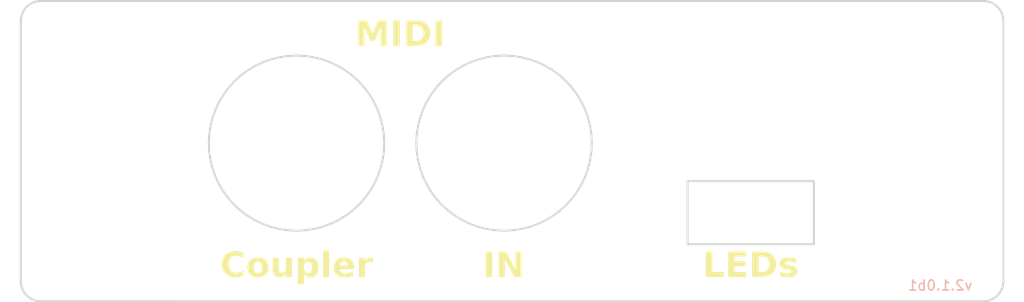
<source format=kicad_pcb>
(kicad_pcb (version 20221018) (generator pcbnew)

  (general
    (thickness 1.6)
  )

  (paper "A4")
  (title_block
    (title "MIDI IN Faceplate")
    (date "2023-03-15")
    (rev "2.1.0b1")
    (company "Dave Dribin")
  )

  (layers
    (0 "F.Cu" signal)
    (31 "B.Cu" signal)
    (32 "B.Adhes" user "B.Adhesive")
    (33 "F.Adhes" user "F.Adhesive")
    (34 "B.Paste" user)
    (35 "F.Paste" user)
    (36 "B.SilkS" user "B.Silkscreen")
    (37 "F.SilkS" user "F.Silkscreen")
    (38 "B.Mask" user)
    (39 "F.Mask" user)
    (40 "Dwgs.User" user "User.Drawings")
    (41 "Cmts.User" user "User.Comments")
    (42 "Eco1.User" user "User.Eco1")
    (43 "Eco2.User" user "User.Eco2")
    (44 "Edge.Cuts" user)
    (45 "Margin" user)
    (46 "B.CrtYd" user "B.Courtyard")
    (47 "F.CrtYd" user "F.Courtyard")
    (48 "B.Fab" user)
    (49 "F.Fab" user)
    (50 "User.1" user)
    (51 "User.2" user)
    (52 "User.3" user)
    (53 "User.4" user)
    (54 "User.5" user)
    (55 "User.6" user)
    (56 "User.7" user)
    (57 "User.8" user)
    (58 "User.9" user)
  )

  (setup
    (pad_to_mask_clearance 0)
    (aux_axis_origin 92.5 82.5)
    (grid_origin 92.5 82.5)
    (pcbplotparams
      (layerselection 0x00010fc_ffffffff)
      (plot_on_all_layers_selection 0x0000000_00000000)
      (disableapertmacros false)
      (usegerberextensions true)
      (usegerberattributes true)
      (usegerberadvancedattributes true)
      (creategerberjobfile true)
      (dashed_line_dash_ratio 12.000000)
      (dashed_line_gap_ratio 3.000000)
      (svgprecision 6)
      (plotframeref false)
      (viasonmask false)
      (mode 1)
      (useauxorigin false)
      (hpglpennumber 1)
      (hpglpenspeed 20)
      (hpglpendiameter 15.000000)
      (dxfpolygonmode true)
      (dxfimperialunits true)
      (dxfusepcbnewfont true)
      (psnegative false)
      (psa4output false)
      (plotreference true)
      (plotvalue true)
      (plotinvisibletext false)
      (sketchpadsonfab false)
      (subtractmaskfromsilk true)
      (outputformat 1)
      (mirror false)
      (drillshape 0)
      (scaleselection 1)
      (outputdirectory "output/midi-in-faceplate-gerbers/")
    )
  )

  (net 0 "")

  (gr_line (start 90.5 87.6) (end 192.5 87.6)
    (stroke (width 0.15) (type dot)) (layer "Cmts.User") (tstamp 23ea37c3-2bf8-4df1-84fd-ba7ec353dd7e))
  (gr_line (start 90.5 111.2) (end 192.5 111.2)
    (stroke (width 0.15) (type dot)) (layer "Cmts.User") (tstamp 50b50592-6aff-4a5d-82e5-9f160bde1cea))
  (gr_line (start 90.5 83.8) (end 192.5 83.8)
    (stroke (width 0.15) (type dot)) (layer "Cmts.User") (tstamp 69c036e2-f8d9-4d00-930c-f9a00ca2a45b))
  (gr_line (start 90.5 106.7) (end 192.5 106.7)
    (stroke (width 0.15) (type dot)) (layer "Cmts.User") (tstamp b1fbcbd9-67b7-4aed-8893-8dbbd63609ae))
  (gr_line (start 92.509628 84.304) (end 92.5 84.5)
    (stroke (width 0.2) (type solid)) (layer "Edge.Cuts") (tstamp 015f08da-8899-4747-917d-87c428a46954))
  (gr_line (start 190.4904 84.304) (end 190.4616 84.1098)
    (stroke (width 0.2) (type solid)) (layer "Edge.Cuts") (tstamp 031837c7-939d-4894-aae1-60cdc4d78fa2))
  (gr_line locked (start 120 87.95) (end 120.8576 87.9921)
    (stroke (width 0.2) (type solid)) (layer "Edge.Cuts") (tstamp 03322a12-32ab-4ac0-9bd7-59cc158abced))
  (gr_line locked (start 128.7079 95.8424) (end 128.75 96.7)
    (stroke (width 0.2) (type solid)) (layer "Edge.Cuts") (tstamp 03a13eb8-de49-4cfe-afd3-48fc67d250d8))
  (gr_line locked (start 115.1387 103.97537) (end 114.4491 103.46385)
    (stroke (width 0.2) (type solid)) (layer "Edge.Cuts") (tstamp 03a51fc8-fd58-4b76-9faa-ac90d2a25cbc))
  (gr_line locked (start 119.1423 105.40787) (end 118.293 105.28188)
    (stroke (width 0.2) (type solid)) (layer "Edge.Cuts") (tstamp 03bd228a-1f9e-4c19-a0d8-d581a4738fa6))
  (gr_line locked (start 111.6268 94.16) (end 111.916 93.3515)
    (stroke (width 0.2) (type solid)) (layer "Edge.Cuts") (tstamp 04047633-e5b9-45a3-9e06-b05a587307a3))
  (gr_line locked (start 122.54 105.07324) (end 121.707 105.28188)
    (stroke (width 0.2) (type solid)) (layer "Edge.Cuts") (tstamp 044d8902-ea1d-4526-9860-3dce413c7094))
  (gr_line (start 190.2638 83.5572) (end 190.1629 83.3889)
    (stroke (width 0.2) (type solid)) (layer "Edge.Cuts") (tstamp 04be3eab-737e-41a6-b203-8a1b05930447))
  (gr_line (start 92.5 110.5) (end 92.515762 110.75067)
    (stroke (width 0.2) (type solid)) (layer "Edge.Cuts") (tstamp 050761f6-0526-4630-bd75-febf44a2defe))
  (gr_line (start 189.2654 112.347763) (end 189.4428 112.263855)
    (stroke (width 0.2) (type solid)) (layer "Edge.Cuts") (tstamp 059a12ee-0bed-46d7-aae4-284ae620ac32))
  (gr_line (start 190.4616 84.1098) (end 190.4139 83.9194)
    (stroke (width 0.2) (type solid)) (layer "Edge.Cuts") (tstamp 05c5798f-cc3d-423f-b0c2-6d82330f7a1d))
  (gr_line locked (start 128.0839 100.0485) (end 127.7168 100.8247)
    (stroke (width 0.2) (type solid)) (layer "Edge.Cuts") (tstamp 05ea9684-b573-40f7-b46e-995432eed98f))
  (gr_line locked (start 138.16 105.07324) (end 137.3515 104.78395)
    (stroke (width 0.2) (type solid)) (layer "Edge.Cuts") (tstamp 07ea963a-f553-4a18-b211-9ca5a8da1266))
  (gr_line locked (start 132.3268 94.16) (end 132.616 93.3515)
    (stroke (width 0.2) (type solid)) (layer "Edge.Cuts") (tstamp 08315dad-c934-4e4e-abde-8c8e8701ffcd))
  (gr_line locked (start 137.3515 104.78395) (end 136.5753 104.41682)
    (stroke (width 0.2) (type solid)) (layer "Edge.Cuts") (tstamp 093831cf-84f4-4eff-bbca-09063137c4ae))
  (gr_line locked (start 117.46 105.07324) (end 116.6515 104.78395)
    (stroke (width 0.2) (type solid)) (layer "Edge.Cuts") (tstamp 09f21af3-3989-4ea7-be4b-3bfebbd17ac4))
  (gr_line locked (start 127.7168 100.8247) (end 127.2753 101.5612)
    (stroke (width 0.2) (type solid)) (layer "Edge.Cuts") (tstamp 0b26cbc3-39a8-4bff-bb09-06e854b4d0b5))
  (gr_line locked (start 146.8872 102.88719) (end 146.2509 103.46385)
    (stroke (width 0.2) (type solid)) (layer "Edge.Cuts") (tstamp 0e380bd1-4351-44d0-99b9-dd3103d2dce3))
  (gr_line locked (start 132.3268 99.24) (end 132.1181 98.407)
    (stroke (width 0.2) (type solid)) (layer "Edge.Cuts") (tstamp 0f3502f3-a0c6-4e3f-b084-b608b0c72192))
  (gr_line (start 190.3477 83.7346) (end 190.2638 83.5572)
    (stroke (width 0.2) (type solid)) (layer "Edge.Cuts") (tstamp 10dc8081-bc84-4c7b-a8bc-7114e5a45570))
  (gr_line locked (start 171.6 106.80002) (end 159 106.80002)
    (stroke (width 0.2) (type solid)) (layer "Edge.Cuts") (tstamp 11cf4a2d-0c3d-4ca4-a918-a19cb5f78493))
  (gr_line (start 189.6111 112.162949) (end 189.7688 112.046036)
    (stroke (width 0.2) (type solid)) (layer "Edge.Cuts") (tstamp 125ae4d9-0597-465c-95de-88efc5ad5f0e))
  (gr_line locked (start 124.1247 88.9832) (end 124.8612 89.4247)
    (stroke (width 0.2) (type solid)) (layer "Edge.Cuts") (tstamp 12a732bf-05a2-4fc8-8643-e41854160f11))
  (gr_line (start 92.515762 110.75067) (end 92.56282 110.99739)
    (stroke (width 0.2) (type solid)) (layer "Edge.Cuts") (tstamp 1495ba52-5161-4bb6-aec4-e860ac1a4a27))
  (gr_line locked (start 111.2921 95.8424) (end 111.4181 94.993)
    (stroke (width 0.2) (type solid)) (layer "Edge.Cuts") (tstamp 14bcb38a-e5f7-4419-b6c6-9f6135212dc2))
  (gr_line locked (start 134.5128 102.88719) (end 133.9362 102.2509)
    (stroke (width 0.2) (type solid)) (layer "Edge.Cuts") (tstamp 1502a4f9-dad9-4667-952d-c4cd6086c0dc))
  (gr_line locked (start 145.5612 89.4247) (end 146.2509 89.9362)
    (stroke (width 0.2) (type solid)) (layer "Edge.Cuts") (tstamp 17c5e673-1d15-476f-bf90-12c7cdc1bf28))
  (gr_line (start 93.388855 82.8371) (end 93.231201 82.954)
    (stroke (width 0.2) (type solid)) (layer "Edge.Cuts") (tstamp 18689fc0-83ac-4286-9f2b-dd267ddeded0))
  (gr_line locked (start 111.4181 94.993) (end 111.6268 94.16)
    (stroke (width 0.2) (type solid)) (layer "Edge.Cuts") (tstamp 190fd3e1-59a1-4a8b-bbc7-4b900b0a7eb6))
  (gr_line locked (start 128.5819 98.407) (end 128.3732 99.24)
    (stroke (width 0.2) (type solid)) (layer "Edge.Cuts") (tstamp 1a9fe7da-12e7-4ef7-bab8-f54fa3f0a763))
  (gr_line locked (start 132.9832 92.5753) (end 133.4246 91.8388)
    (stroke (width 0.2) (type solid)) (layer "Edge.Cuts") (tstamp 22113427-05e1-436e-b5f5-0c831140cf64))
  (gr_line locked (start 111.916 93.3515) (end 112.2832 92.5753)
    (stroke (width 0.2) (type solid)) (layer "Edge.Cuts") (tstamp 2220775a-0f63-48c4-baff-621c4f40e1fc))
  (gr_line (start 189.7688 112.046036) (end 189.9142 111.914215)
    (stroke (width 0.2) (type solid)) (layer "Edge.Cuts") (tstamp 23b73674-4ed2-4643-9e4e-fc5957abd22f))
  (gr_line locked (start 140.7 87.95) (end 141.5576 87.9921)
    (stroke (width 0.2) (type solid)) (layer "Edge.Cuts") (tstamp 243a15c5-eb02-451b-82ec-143e4e04b9a3))
  (gr_line locked (start 128.0839 93.3515) (end 128.3732 94.16)
    (stroke (width 0.2) (type solid)) (layer "Edge.Cuts") (tstamp 244b2045-a13d-49d1-950b-2bd4bb4759c3))
  (gr_line (start 190.046 111.768799) (end 190.1629 111.611145)
    (stroke (width 0.2) (type solid)) (layer "Edge.Cuts") (tstamp 24e25e24-1843-4843-956d-b8b87ab752d6))
  (gr_line locked (start 145.5612 103.97537) (end 144.8247 104.41682)
    (stroke (width 0.2) (type solid)) (layer "Edge.Cuts") (tstamp 25a8575f-aa2a-434b-a3a4-137c74e1b504))
  (gr_line locked (start 128.3732 94.16) (end 128.5819 94.993)
    (stroke (width 0.2) (type solid)) (layer "Edge.Cuts") (tstamp 26d13a99-0e9d-494b-8654-60a28993fdb1))
  (gr_line locked (start 128.3732 99.24) (end 128.0839 100.0485)
    (stroke (width 0.2) (type solid)) (layer "Edge.Cuts") (tstamp 274deabd-277b-4d04-b1c1-9cb49297eb3a))
  (gr_line locked (start 131.9921 97.5577) (end 131.95 96.7)
    (stroke (width 0.2) (type solid)) (layer "Edge.Cuts") (tstamp 2750fad3-71ea-47ea-85c9-fbbcb7abb2ab))
  (gr_line locked (start 132.1181 98.407) (end 131.9921 97.5577)
    (stroke (width 0.2) (type solid)) (layer "Edge.Cuts") (tstamp 303731f3-b33e-451f-a9c6-5f371cc3bde9))
  (gr_line locked (start 127.2753 91.8388) (end 127.7168 92.5753)
    (stroke (width 0.2) (type solid)) (layer "Edge.Cuts") (tstamp 310dee0d-3faf-42fd-b143-77a2814fe04c))
  (gr_line locked (start 121.707 88.1181) (end 122.54 88.3268)
    (stroke (width 0.2) (type solid)) (layer "Edge.Cuts") (tstamp 3a1be6db-1599-4221-8a45-07d98c5741ab))
  (gr_line locked (start 142.407 105.28188) (end 141.5576 105.40787)
    (stroke (width 0.2) (type solid)) (layer "Edge.Cuts") (tstamp 3b2643f9-36e8-4573-8086-b5a2748f7804))
  (gr_line (start 190.5 110.5) (end 190.5 84.5)
    (stroke (width 0.2) (type solid)) (layer "Edge.Cuts") (tstamp 3ecc980a-ec9c-418e-a169-15c60d3f5dfa))
  (gr_line locked (start 120.8576 105.40787) (end 120 105.45001)
    (stroke (width 0.2) (type solid)) (layer "Edge.Cuts") (tstamp 4064bc55-1ead-4564-a64a-66f0b1175055))
  (gr_line locked (start 124.8612 89.4247) (end 125.5509 89.9362)
    (stroke (width 0.2) (type solid)) (layer "Edge.Cuts") (tstamp 407c5c45-c63d-4b8e-a4b5-3caae09c00cb))
  (gr_line (start 93.55721 82.7362) (end 93.388855 82.8371)
    (stroke (width 0.2) (type solid)) (layer "Edge.Cuts") (tstamp 413aa0af-9423-4958-baef-f06db0e29131))
  (gr_line (start 190.4616 110.89018) (end 190.4904 110.69604)
    (stroke (width 0.2) (type solid)) (layer "Edge.Cuts") (tstamp 438847f0-87dd-4af3-a398-e1e3ef0cad3d))
  (gr_line locked (start 132.1181 94.993) (end 132.3268 94.16)
    (stroke (width 0.2) (type solid)) (layer "Edge.Cuts") (tstamp 443943fb-6fd4-4507-ad90-51e0b4e493e4))
  (gr_line locked (start 149.2819 98.407) (end 149.0732 99.24)
    (stroke (width 0.2) (type solid)) (layer "Edge.Cuts") (tstamp 453d0379-fe3f-4fff-9b08-cc936a6b8ba9))
  (gr_line locked (start 142.407 88.1181) (end 143.24 88.3268)
    (stroke (width 0.2) (type solid)) (layer "Edge.Cuts") (tstamp 455d4f1a-b51a-4b8a-aefe-1f1336a68986))
  (gr_line locked (start 118.293 105.28188) (end 117.46 105.07324)
    (stroke (width 0.2) (type solid)) (layer "Edge.Cuts") (tstamp 4566daa0-5d7a-4bed-a3f1-16d8f5f6e866))
  (gr_line locked (start 123.3485 88.6161) (end 124.1247 88.9832)
    (stroke (width 0.2) (type solid)) (layer "Edge.Cuts") (tstamp 45c4392a-9f08-4ad9-a680-656ec4d80b94))
  (gr_line locked (start 149.4079 97.5577) (end 149.2819 98.407)
    (stroke (width 0.2) (type solid)) (layer "Edge.Cuts") (tstamp 46229e60-8686-42ef-9292-2a9796987c79))
  (gr_line (start 93.231201 82.954) (end 93.085785 83.0858)
    (stroke (width 0.2) (type solid)) (layer "Edge.Cuts") (tstamp 4b056e14-7e86-443f-9088-84fb0b4c9df9))
  (gr_line locked (start 143.24 105.07324) (end 142.407 105.28188)
    (stroke (width 0.2) (type solid)) (layer "Edge.Cuts") (tstamp 4b3b4162-4092-4412-b13c-5ba601f3eda0))
  (gr_line locked (start 148.4168 100.8247) (end 147.9754 101.5612)
    (stroke (width 0.2) (type solid)) (layer "Edge.Cuts") (tstamp 4b416ac7-8f0f-43f0-a72a-7b5e383f0da2))
  (gr_line (start 94.5 82.5) (end 94.30396 82.5096)
    (stroke (width 0.2) (type solid)) (layer "Edge.Cuts") (tstamp 4bd25ad6-6b61-4752-8a8b-3ab9d6ad37f2))
  (gr_line locked (start 141.5576 87.9921) (end 142.407 88.1181)
    (stroke (width 0.2) (type solid)) (layer "Edge.Cuts") (tstamp 4c5dc614-fc7c-4959-91cc-0c0b785fec91))
  (gr_line locked (start 147.4638 102.2509) (end 146.8872 102.88719)
    (stroke (width 0.2) (type solid)) (layer "Edge.Cuts") (tstamp 4fd3c825-36f9-471b-9d44-3748ea1bfa77))
  (gr_line locked (start 132.616 93.3515) (end 132.9832 92.5753)
    (stroke (width 0.2) (type solid)) (layer "Edge.Cuts") (tstamp 5283b89d-a5df-47ce-83a8-afe7d1f18b24))
  (gr_line (start 94.3744 112.496063) (end 188.5 112.5)
    (stroke (width 0.2) (type solid)) (layer "Edge.Cuts") (tstamp 561eba8a-bfa8-4b97-8fdb-f016aef0149e))
  (gr_line locked (start 144.8247 104.41682) (end 144.0485 104.78395)
    (stroke (width 0.2) (type solid)) (layer "Edge.Cuts") (tstamp 58237b81-5f4c-47e9-b6b1-51d566cd9069))
  (gr_line locked (start 136.5753 88.9832) (end 137.3515 88.6161)
    (stroke (width 0.2) (type solid)) (layer "Edge.Cuts") (tstamp 5a94e532-53f3-49a4-aa99-c25bfb894f98))
  (gr_line (start 92.837051 83.3889) (end 92.736145 83.5572)
    (stroke (width 0.2) (type solid)) (layer "Edge.Cuts") (tstamp 5aeba664-3d1b-40e3-9123-77bafc0c3638))
  (gr_line locked (start 139.8423 105.40787) (end 138.993 105.28188)
    (stroke (width 0.2) (type solid)) (layer "Edge.Cuts") (tstamp 5ca60c2d-b782-471d-b097-fde76e0e5ddf))
  (gr_line locked (start 112.7246 101.5612) (end 112.2832 100.8247)
    (stroke (width 0.2) (type solid)) (layer "Edge.Cuts") (tstamp 5d807b09-5371-4ce2-810e-ba4da093faf5))
  (gr_line (start 93.042053 111.869095) (end 93.225143 112.041031)
    (stroke (width 0.2) (type solid)) (layer "Edge.Cuts") (tstamp 61ad16e6-1c2c-4bd6-b618-2f935223a83e))
  (gr_line locked (start 135.8388 89.4247) (end 136.5753 88.9832)
    (stroke (width 0.2) (type solid)) (layer "Edge.Cuts") (tstamp 61e19f2a-18f1-4023-91e0-2872559d7d46))
  (gr_line locked (start 125.5509 103.46385) (end 124.8612 103.97537)
    (stroke (width 0.2) (type solid)) (layer "Edge.Cuts") (tstamp 64f123b4-e1cc-4743-a49f-f1f0f39dc053))
  (gr_line locked (start 140.7 105.45001) (end 139.8423 105.40787)
    (stroke (width 0.2) (type solid)) (layer "Edge.Cuts") (tstamp 65410a9e-baee-4539-87d0-d34fad7cd399))
  (gr_line (start 92.538422 84.1098) (end 92.509628 84.304)
    (stroke (width 0.2) (type solid)) (layer "Edge.Cuts") (tstamp 69036d1d-0044-430d-b252-604530e8370c))
  (gr_line (start 190.046 83.2312) (end 189.9142 83.0858)
    (stroke (width 0.2) (type solid)) (layer "Edge.Cuts") (tstamp 691b53db-1a02-4939-876c-48429997edb8))
  (gr_line locked (start 144.0485 88.6161) (end 144.8247 88.9832)
    (stroke (width 0.2) (type solid)) (layer "Edge.Cuts") (tstamp 6a65a077-c569-433a-8ba2-8e63a3867e43))
  (gr_line locked (start 113.8128 90.5128) (end 114.4491 89.9362)
    (stroke (width 0.2) (type solid)) (layer "Edge.Cuts") (tstamp 6b10d733-6634-484c-9b1c-5e5ecbbb698b))
  (gr_line (start 188.8902 112.461578) (end 189.0806 112.413895)
    (stroke (width 0.2) (type solid)) (layer "Edge.Cuts") (tstamp 6c6e4ca3-c5ea-43e6-b0bf-b76981e93ef9))
  (gr_line locked (start 116.6515 104.78395) (end 115.8753 104.41682)
    (stroke (width 0.2) (type solid)) (layer "Edge.Cuts") (tstamp 6d02634c-d69a-4b2c-bb79-3d4a95261950))
  (gr_line locked (start 127.7168 92.5753) (end 128.0839 93.3515)
    (stroke (width 0.2) (type solid)) (layer "Edge.Cuts") (tstamp 6d640ca2-d26b-4eb3-94c8-5397bf3e6360))
  (gr_line locked (start 132.9832 100.8247) (end 132.616 100.0485)
    (stroke (width 0.2) (type solid)) (layer "Edge.Cuts") (tstamp 6def715c-0122-4a65-8db3-5a7beb563c33))
  (gr_line locked (start 147.4638 91.1491) (end 147.9754 91.8388)
    (stroke (width 0.2) (type solid)) (layer "Edge.Cuts") (tstamp 6e0b1d2c-5d47-484f-87fd-dde549d5d5b7))
  (gr_line locked (start 133.9362 102.2509) (end 133.4246 101.5612)
    (stroke (width 0.2) (type solid)) (layer "Edge.Cuts") (tstamp 7031f2ba-b6ab-48d7-85c9-332d51cb6bb8))
  (gr_line (start 188.696 82.5096) (end 188.5 82.5)
    (stroke (width 0.2) (type solid)) (layer "Edge.Cuts") (tstamp 70b88b72-1277-4843-b066-7a80e5648079))
  (gr_line locked (start 159 106.80002) (end 159 100.5)
    (stroke (width 0.2) (type solid)) (layer "Edge.Cuts") (tstamp 713b8270-6a9a-4e19-b197-2181fbc5213a))
  (gr_line (start 188.5 82.5) (end 94.5 82.5)
    (stroke (width 0.2) (type solid)) (layer "Edge.Cuts") (tstamp 720631d8-f82c-48f8-9a36-e55b0b3d5bbb))
  (gr_line (start 93.085785 83.0858) (end 92.953964 83.2312)
    (stroke (width 0.2) (type solid)) (layer "Edge.Cuts") (tstamp 7227417a-11c7-4f8c-a5b2-8d456ee07ddc))
  (gr_line locked (start 149.2819 94.993) (end 149.4079 95.8424)
    (stroke (width 0.2) (type solid)) (layer "Edge.Cuts") (tstamp 72ed45ba-bf42-4290-8c3b-7c920aee6742))
  (gr_line locked (start 112.7246 91.8388) (end 113.2361 91.1491)
    (stroke (width 0.2) (type solid)) (layer "Edge.Cuts") (tstamp 72ef9308-21a6-4f93-8563-e0c50c6150c4))
  (gr_line locked (start 148.7839 93.3515) (end 149.0732 94.16)
    (stroke (width 0.2) (type solid)) (layer "Edge.Cuts") (tstamp 7537d95a-8b92-4a39-8b55-b9a375bdb990))
  (gr_line locked (start 144.0485 104.78395) (end 143.24 105.07324)
    (stroke (width 0.2) (type solid)) (layer "Edge.Cuts") (tstamp 761d060d-123e-4030-ba20-762b63976464))
  (gr_line locked (start 114.4491 103.46385) (end 113.8128 102.88719)
    (stroke (width 0.2) (type solid)) (layer "Edge.Cuts") (tstamp 77fd6523-3e94-4540-bf10-f27b1a308971))
  (gr_line locked (start 133.9362 91.1491) (end 134.5128 90.5128)
    (stroke (width 0.2) (type solid)) (layer "Edge.Cuts") (tstamp 78f79825-c385-442f-8be4-0701b0aedb40))
  (gr_line (start 188.8902 82.5384) (end 188.696 82.5096)
    (stroke (width 0.2) (type solid)) (layer "Edge.Cuts") (tstamp 7924d737-f803-42a0-b5f7-91241d5b2d42))
  (gr_line locked (start 128.7079 97.5577) (end 128.5819 98.407)
    (stroke (width 0.2) (type solid)) (layer "Edge.Cuts") (tstamp 7dea8524-3c8d-4c5b-92fe-70b72b728be6))
  (gr_line (start 92.586105 83.9194) (end 92.538422 84.1098)
    (stroke (width 0.2) (type solid)) (layer "Edge.Cuts") (tstamp 7e83a026-5bb9-4bcf-840a-25c8d06e42ea))
  (gr_line locked (start 115.1387 89.4247) (end 115.8753 88.9832)
    (stroke (width 0.2) (type solid)) (layer "Edge.Cuts") (tstamp 7e85ad3c-6c4d-4763-87b9-2e3127fef2fa))
  (gr_line locked (start 120.8576 87.9921) (end 121.707 88.1181)
    (stroke (width 0.2) (type solid)) (layer "Edge.Cuts") (tstamp 7f9f7d27-811a-48f5-b631-45555bf3d41b))
  (gr_line (start 93.225143 112.041031) (end 93.428345 112.18866)
    (stroke (width 0.2) (type solid)) (layer "Edge.Cuts") (tstamp 829de135-1c70-4648-8a8c-3d35ed68a5d6))
  (gr_line (start 92.953964 83.2312) (end 92.837051 83.3889)
    (stroke (width 0.2) (type solid)) (layer "Edge.Cuts") (tstamp 82e798f1-841c-49b5-9bd4-4621353d219d))
  (gr_line (start 93.64844 112.309662) (end 93.88196 112.402115)
    (stroke (width 0.2) (type solid)) (layer "Edge.Cuts") (tstamp 831d01b3-149c-4f36-8341-74e2582189b3))
  (gr_line locked (start 149.45 96.7) (end 149.4079 97.5577)
    (stroke (width 0.2) (type solid)) (layer "Edge.Cuts") (tstamp 84b77fbe-4b0f-43fa-b403-7279f87e33c8))
  (gr_line locked (start 131.95 96.7) (end 131.9921 95.8424)
    (stroke (width 0.2) (type solid)) (layer "Edge.Cuts") (tstamp 8528cb33-013d-4c43-a823-4d55478cf255))
  (gr_line locked (start 121.707 105.28188) (end 120.8576 105.40787)
    (stroke (width 0.2) (type solid)) (layer "Edge.Cuts") (tstamp 85366e0c-f2b3-44f8-84bc-453e02c7e84b))
  (gr_line locked (start 149.0732 94.16) (end 149.2819 94.993)
    (stroke (width 0.2) (type solid)) (layer "Edge.Cuts") (tstamp 89936e35-88c0-41bc-857d-c3f0f4e7ab51))
  (gr_line locked (start 118.293 88.1181) (end 119.1423 87.9921)
    (stroke (width 0.2) (type solid)) (layer "Edge.Cuts") (tstamp 8bd5ac52-7305-43dc-b195-85ec08ea7f66))
  (gr_line locked (start 126.7638 91.1491) (end 127.2753 91.8388)
    (stroke (width 0.2) (type solid)) (layer "Edge.Cuts") (tstamp 8d80cb80-c2fd-4ed9-aa10-3a1f3718de84))
  (gr_line (start 190.4904 110.69604) (end 190.5 110.5)
    (stroke (width 0.2) (type solid)) (layer "Edge.Cuts") (tstamp 8de5dc1b-8891-4b3d-bf9d-7f1f9a3ef171))
  (gr_line locked (start 113.2361 91.1491) (end 113.8128 90.5128)
    (stroke (width 0.2) (type solid)) (layer "Edge.Cuts") (tstamp 93cc1370-3b4e-4231-b713-01f3efe0ea45))
  (gr_line locked (start 115.8753 88.9832) (end 116.6515 88.6161)
    (stroke (width 0.2) (type solid)) (layer "Edge.Cuts") (tstamp 941893c4-eea9-4362-8f61-8b1db9b11df2))
  (gr_line (start 190.4139 83.9194) (end 190.3477 83.7346)
    (stroke (width 0.2) (type solid)) (layer "Edge.Cuts") (tstamp 9890042e-4f40-49f7-a959-34e09fcf26fb))
  (gr_line locked (start 135.149 103.46385) (end 134.5128 102.88719)
    (stroke (width 0.2) (type solid)) (layer "Edge.Cuts") (tstamp 990eb57c-1e10-4ccf-8246-94cecaffc137))
  (gr_line locked (start 115.8753 104.41682) (end 115.1387 103.97537)
    (stroke (width 0.2) (type solid)) (layer "Edge.Cuts") (tstamp 99485be4-8012-44e7-8a24-310a78c1cf6e))
  (gr_line locked (start 139.8423 87.9921) (end 140.7 87.95)
    (stroke (width 0.2) (type solid)) (layer "Edge.Cuts") (tstamp 99eb5733-e019-4b08-9d2b-53edd9e8019d))
  (gr_line locked (start 144.8247 88.9832) (end 145.5612 89.4247)
    (stroke (width 0.2) (type solid)) (layer "Edge.Cuts") (tstamp 9a888f21-00a5-4c4d-b216-a167f4d211b5))
  (gr_line locked (start 111.2921 97.5577) (end 111.25 96.7)
    (stroke (width 0.2) (type solid)) (layer "Edge.Cuts") (tstamp 9bfb40fc-3c4a-4ce4-ba52-8458bdf91ed1))
  (gr_line locked (start 149.4079 95.8424) (end 149.45 96.7)
    (stroke (width 0.2) (type solid)) (layer "Edge.Cuts") (tstamp 9c14aba8-ab64-4400-9b8e-ccbce9af9ca6))
  (gr_line (start 190.3477 111.26538) (end 190.4139 111.08058)
    (stroke (width 0.2) (type solid)) (layer "Edge.Cuts") (tstamp 9c3fa41a-688c-4252-8061-c27e4b406431))
  (gr_line locked (start 132.616 100.0485) (end 132.3268 99.24)
    (stroke (width 0.2) (type solid)) (layer "Edge.Cuts") (tstamp 9d3da0be-ade9-43e8-a77b-a5d0ca5449b8))
  (gr_line (start 93.91942 82.5861) (end 93.73462 82.6523)
    (stroke (width 0.2) (type solid)) (layer "Edge.Cuts") (tstamp 9dd55ae5-8ab6-4faa-8baf-85e97b2bedb0))
  (gr_line locked (start 171.6 100.5) (end 171.6 106.80002)
    (stroke (width 0.2) (type solid)) (layer "Edge.Cuts") (tstamp a3700ab4-349b-4941-a90b-cfb1d073f929))
  (gr_line locked (start 137.3515 88.6161) (end 138.16 88.3268)
    (stroke (width 0.2) (type solid)) (layer "Edge.Cuts") (tstamp a59cf288-a565-4dd4-97b0-0d8e9084d75f))
  (gr_line (start 94.12523 112.464584) (end 94.3744 112.496063)
    (stroke (width 0.2) (type solid)) (layer "Edge.Cuts") (tstamp a6c50916-5dfd-4d84-bfb2-e51cc6e33a82))
  (gr_line locked (start 116.6515 88.6161) (end 117.46 88.3268)
    (stroke (width 0.2) (type solid)) (layer "Edge.Cuts") (tstamp a6c9cf83-18c5-4663-8247-22c4a54eeb44))
  (gr_line locked (start 126.7638 102.2509) (end 126.1872 102.88719)
    (stroke (width 0.2) (type solid)) (layer "Edge.Cuts") (tstamp a8bba850-ae64-4c3c-b947-f07d040d1cf5))
  (gr_line locked (start 124.1247 104.41682) (end 123.3485 104.78395)
    (stroke (width 0.2) (type solid)) (layer "Edge.Cuts") (tstamp aa1b846d-6b55-48fd-93be-4ab8dc73e144))
  (gr_line (start 189.4428 112.263855) (end 189.6111 112.162949)
    (stroke (width 0.2) (type solid)) (layer "Edge.Cuts") (tstamp aa59ea2e-fc8c-4db3-9815-667b47919512))
  (gr_line locked (start 112.2832 100.8247) (end 111.916 100.0485)
    (stroke (width 0.2) (type solid)) (layer "Edge.Cuts") (tstamp aaccd015-5b48-411a-8fa6-fbc27c831bde))
  (gr_line (start 93.73462 82.6523) (end 93.55721 82.7362)
    (stroke (width 0.2) (type solid)) (layer "Edge.Cuts") (tstamp b09e3d31-82f1-4b9d-94db-532e4b617b2b))
  (gr_line locked (start 119.1423 87.9921) (end 120 87.95)
    (stroke (width 0.2) (type solid)) (layer "Edge.Cuts") (tstamp b265f4cc-01e0-42fb-ba87-714e2eee12da))
  (gr_line (start 93.428345 112.18866) (end 93.64844 112.309662)
    (stroke (width 0.2) (type solid)) (layer "Edge.Cuts") (tstamp b38866ec-8494-49a4-a8e5-007b9ed864c4))
  (gr_line locked (start 147.9754 101.5612) (end 147.4638 102.2509)
    (stroke (width 0.2) (type solid)) (layer "Edge.Cuts") (tstamp b588b637-c917-4429-a71f-a87332f88d6a))
  (gr_line locked (start 146.2509 89.9362) (end 146.8872 90.5128)
    (stroke (width 0.2) (type solid)) (layer "Edge.Cuts") (tstamp b615fce8-df6c-4aae-8e53-4dba08d97b9f))
  (gr_line locked (start 131.9921 95.8424) (end 132.1181 94.993)
    (stroke (width 0.2) (type solid)) (layer "Edge.Cuts") (tstamp b6e9e2d3-4fdf-4e31-88ef-8ac0b54a0222))
  (gr_line locked (start 147.9754 91.8388) (end 148.4168 92.5753)
    (stroke (width 0.2) (type solid)) (layer "Edge.Cuts") (tstamp b975eeef-bcfc-4bfb-be52-f3b12f72e28f))
  (gr_line locked (start 125.5509 89.9362) (end 126.1872 90.5128)
    (stroke (width 0.2) (type solid)) (layer "Edge.Cuts") (tstamp b9fb8092-be85-4f0d-90a1-3e8e37fd59e4))
  (gr_line (start 189.4428 82.7362) (end 189.2654 82.6523)
    (stroke (width 0.2) (type solid)) (layer "Edge.Cuts") (tstamp bb593633-e6c4-4813-863b-3f5a7e5ba1fd))
  (gr_line locked (start 134.5128 90.5128) (end 135.149 89.9362)
    (stroke (width 0.2) (type solid)) (layer "Edge.Cuts") (tstamp bfb7dfdf-1af5-47ae-b265-4dcff98f604b))
  (gr_line (start 189.9142 111.914215) (end 190.046 111.768799)
    (stroke (width 0.2) (type solid)) (layer "Edge.Cuts") (tstamp c0d7d1d8-261b-4d91-bc50-36dc708ff67f))
  (gr_line (start 92.640442 111.23625) (end 92.747375 111.46352)
    (stroke (width 0.2) (type solid)) (layer "Edge.Cuts") (tstamp c1026c8e-00e7-48c0-a937-5455e086371b))
  (gr_line locked (start 143.24 88.3268) (end 144.0485 88.6161)
    (stroke (width 0.2) (type solid)) (layer "Edge.Cuts") (tstamp c13c2a71-f26b-4bd0-b6ea-5eef8cde617e))
  (gr_line locked (start 135.8388 103.97537) (end 135.149 103.46385)
    (stroke (width 0.2) (type solid)) (layer "Edge.Cuts") (tstamp c1ff87da-54c4-4fd8-8905-5fc4dfaccc6d))
  (gr_line locked (start 128.5819 94.993) (end 128.7079 95.8424)
    (stroke (width 0.2) (type solid)) (layer "Edge.Cuts") (tstamp c241e2c5-7019-4318-95ba-1b5802954fa9))
  (gr_line locked (start 133.4246 91.8388) (end 133.9362 91.1491)
    (stroke (width 0.2) (type solid)) (layer "Edge.Cuts") (tstamp c44eb291-c87f-4ed3-b960-ca24605a7460))
  (gr_line (start 188.696 112.490372) (end 188.8902 112.461578)
    (stroke (width 0.2) (type solid)) (layer "Edge.Cuts") (tstamp c6762110-764b-4b93-9775-71e9e5d05931))
  (gr_line locked (start 138.993 105.28188) (end 138.16 105.07324)
    (stroke (width 0.2) (type solid)) (layer "Edge.Cuts") (tstamp c8d37a4c-cb42-4da4-ae6b-56cca3602890))
  (gr_line locked (start 148.7839 100.0485) (end 148.4168 100.8247)
    (stroke (width 0.2) (type solid)) (layer "Edge.Cuts") (tstamp c909b592-1d76-4ee0-a820-528cfce311d0))
  (gr_line locked (start 113.8128 102.88719) (end 113.2361 102.2509)
    (stroke (width 0.2) (type solid)) (layer "Edge.Cuts") (tstamp c95de5c4-b557-444a-bcf4-717c35e5a60c))
  (gr_line locked (start 138.993 88.1181) (end 139.8423 87.9921)
    (stroke (width 0.2) (type solid)) (layer "Edge.Cuts") (tstamp cc00f310-3fe4-4a9a-8ac2-ce7fc00c7b29))
  (gr_line locked (start 141.5576 105.40787) (end 140.7 105.45001)
    (stroke (width 0.2) (type solid)) (layer "Edge.Cuts") (tstamp cebe92b8-2993-4083-8221-2cff1b4bd1ca))
  (gr_line locked (start 148.4168 92.5753) (end 148.7839 93.3515)
    (stroke (width 0.2) (type solid)) (layer "Edge.Cuts") (tstamp cfea7a5a-cda5-4ff8-b067-269d3b0ea8bc))
  (gr_line locked (start 114.4491 89.9362) (end 115.1387 89.4247)
    (stroke (width 0.2) (type solid)) (layer "Edge.Cuts") (tstamp d09239a1-24c7-4ca0-9d80-7ab766d18ca4))
  (gr_line locked (start 126.1872 90.5128) (end 126.7638 91.1491)
    (stroke (width 0.2) (type solid)) (layer "Edge.Cuts") (tstamp d0d7c70c-837f-4b39-98e0-3fea8a9981c1))
  (gr_line locked (start 126.1872 102.88719) (end 125.5509 103.46385)
    (stroke (width 0.2) (type solid)) (layer "Edge.Cuts") (tstamp d3d35aa1-289c-453b-99f6-52fc49868113))
  (gr_line locked (start 120 105.45001) (end 119.1423 105.40787)
    (stroke (width 0.2) (type solid)) (layer "Edge.Cuts") (tstamp d413b1ba-a097-4dea-8545-4e2089ff134d))
  (gr_line (start 190.2638 111.44279) (end 190.3477 111.26538)
    (stroke (width 0.2) (type solid)) (layer "Edge.Cuts") (tstamp d41c97cb-cc6c-455c-9bac-1dc20f3659ee))
  (gr_line locked (start 113.2361 102.2509) (end 112.7246 101.5612)
    (stroke (width 0.2) (type solid)) (layer "Edge.Cuts") (tstamp d4e9a120-3c50-41d9-849c-476025fc5a44))
  (gr_line (start 94.10982 82.5384) (end 93.91942 82.5861)
    (stroke (width 0.2) (type solid)) (layer "Edge.Cuts") (tstamp d521c127-89d0-4d2d-9abd-a0159b3b6fc8))
  (gr_line (start 189.0806 112.413895) (end 189.2654 112.347763)
    (stroke (width 0.2) (type solid)) (layer "Edge.Cuts") (tstamp d58155f1-9b93-42eb-9588-50a92b29a879))
  (gr_line locked (start 123.3485 104.78395) (end 122.54 105.07324)
    (stroke (width 0.2) (type solid)) (layer "Edge.Cuts") (tstamp d89aaa4f-862f-4598-9248-d363ab827c42))
  (gr_line (start 93.88196 112.402115) (end 94.12523 112.464584)
    (stroke (width 0.2) (type solid)) (layer "Edge.Cuts") (tstamp d90661bd-1716-4e23-ac4a-b4c50db47539))
  (gr_line (start 189.6111 82.8371) (end 189.4428 82.7362)
    (stroke (width 0.2) (type solid)) (layer "Edge.Cuts") (tstamp dc280d35-9127-4965-b608-0ead7d44b3a8))
  (gr_line locked (start 133.4246 101.5612) (end 132.9832 100.8247)
    (stroke (width 0.2) (type solid)) (layer "Edge.Cuts") (tstamp dd246c21-b5ba-4675-9906-a7cff2df08ea))
  (gr_line (start 92.881958 111.675583) (end 93.042053 111.869095)
    (stroke (width 0.2) (type solid)) (layer "Edge.Cuts") (tstamp e0089ca3-6b8d-486c-83da-cc66e418d080))
  (gr_line locked (start 138.16 88.3268) (end 138.993 88.1181)
    (stroke (width 0.2) (type solid)) (layer "Edge.Cuts") (tstamp e2108a92-3355-47e6-a309-f159954276c6))
  (gr_line (start 189.0806 82.5861) (end 188.8902 82.5384)
    (stroke (width 0.2) (type solid)) (layer "Edge.Cuts") (tstamp e26c8878-ec5a-4232-a976-a245e69c2481))
  (gr_line locked (start 111.916 100.0485) (end 111.6268 99.24)
    (stroke (width 0.2) (type solid)) (layer "Edge.Cuts") (tstamp e36b252b-1f52-4caa-9b61-c12f3df76b07))
  (gr_line locked (start 146.8872 90.5128) (end 147.4638 91.1491)
    (stroke (width 0.2) (type solid)) (layer "Edge.Cuts") (tstamp e3ca1c66-6a13-48e6-95d7-bc46252054f8))
  (gr_line (start 92.736145 83.5572) (end 92.652237 83.7346)
    (stroke (width 0.2) (type solid)) (layer "Edge.Cuts") (tstamp e421d30e-fb8b-4314-a322-306d76695782))
  (gr_line locked (start 111.4181 98.407) (end 111.2921 97.5577)
    (stroke (width 0.2) (type solid)) (layer "Edge.Cuts") (tstamp e439077a-a95d-494d-a51a-b7656790cca4))
  (gr_line (start 92.652237 83.7346) (end 92.586105 83.9194)
    (stroke (width 0.2) (type solid)) (layer "Edge.Cuts") (tstamp e50f68cc-7539-4f06-945d-14ca357abfb4))
  (gr_line locked (start 135.149 89.9362) (end 135.8388 89.4247)
    (stroke (width 0.2) (type solid)) (layer "Edge.Cuts") (tstamp e5c20e9e-5618-40e9-a97d-5d3a68775fd0))
  (gr_line locked (start 124.8612 103.97537) (end 124.1247 104.41682)
    (stroke (width 0.2) (type solid)) (layer "Edge.Cuts") (tstamp e70277f5-a270-4f6a-ada4-f5d5a4d597d2))
  (gr_line locked (start 111.25 96.7) (end 111.2921 95.8424)
    (stroke (width 0.2) (type solid)) (layer "Edge.Cuts") (tstamp e73dcbd5-7cac-4319-b57f-69a0bb259b53))
  (gr_line (start 190.4139 111.08058) (end 190.4616 110.89018)
    (stroke (width 0.2) (type solid)) (layer "Edge.Cuts") (tstamp e7fee85b-3ab4-414b-942a-0543bc2894a5))
  (gr_line (start 190.1629 83.3889) (end 190.046 83.2312)
    (stroke (width 0.2) (type solid)) (layer "Edge.Cuts") (tstamp e9347962-774a-4ae5-945e-9aa16c729dd5))
  (gr_line (start 92.56282 110.99739) (end 92.640442 111.23625)
    (stroke (width 0.2) (type solid)) (layer "Edge.Cuts") (tstamp e9f17955-0605-4bb6-a9cd-d8e9f2f9977d))
  (gr_line (start 190.5 84.5) (end 190.4904 84.304)
    (stroke (width 0.2) (type solid)) (layer "Edge.Cuts") (tstamp ec0327fc-89a6-4f93-86f8-c003cee7b138))
  (gr_line (start 92.5 84.5) (end 92.5 110.5)
    (stroke (width 0.2) (type solid)) (layer "Edge.Cuts") (tstamp ed7f2c7d-7150-44a9-b753-880d2fd5d3e8))
  (gr_line locked (start 136.5753 104.41682) (end 135.8388 103.97537)
    (stroke (width 0.2) (type solid)) (layer "Edge.Cuts") (tstamp ef39ca44-37fe-4da4-9b09-1e6f78c5c509))
  (gr_line (start 188.5 112.5) (end 188.696 112.490372)
    (stroke (width 0.2) (type solid)) (layer "Edge.Cuts") (tstamp f15bfb93-2101-4be6-8f8b-9628b5edd94d))
  (gr_line locked (start 122.54 88.3268) (end 123.3485 88.6161)
    (stroke (width 0.2) (type solid)) (layer "Edge.Cuts") (tstamp f172bdf6-30ea-406c-827a-a1df34247aba))
  (gr_line locked (start 127.2753 101.5612) (end 126.7638 102.2509)
    (stroke (width 0.2) (type solid)) (layer "Edge.Cuts") (tstamp f1e718ae-9829-433c-8b41-0527ca4d7510))
  (gr_line locked (start 128.75 96.7) (end 128.7079 97.5577)
    (stroke (width 0.2) (type solid)) (layer "Edge.Cuts") (tstamp f3831067-0833-4f23-902b-72c8d0a333cd))
  (gr_line (start 189.9142 83.0858) (end 189.7688 82.954)
    (stroke (width 0.2) (type solid)) (layer "Edge.Cuts") (tstamp f42ecbeb-bd90-4b0e-ae55-bb656683f751))
  (gr_line (start 189.7688 82.954) (end 189.6111 82.8371)
    (stroke (width 0.2) (type solid)) (layer "Edge.Cuts") (tstamp f4687399-b1dc-42fb-953d-082b72530751))
  (gr_line locked (start 146.2509 103.46385) (end 145.5612 103.97537)
    (stroke (width 0.2) (type solid)) (layer "Edge.Cuts") (tstamp f4d6f3e1-ae6b-4fc0-b0c3-d237cb5af7af))
  (gr_line (start 92.747375 111.46352) (end 92.881958 111.675583)
    (stroke (width 0.2) (type solid)) (layer "Edge.Cuts") (tstamp f6046b8b-739a-43ed-aa14-ee8d5d94d68d))
  (gr_line locked (start 111.6268 99.24) (end 111.4181 98.407)
    (stroke (width 0.2) (type solid)) (layer "Edge.Cuts") (tstamp f614df29-3d84-42c9-ae2e-e5e613afb2e0))
  (gr_line (start 190.1629 111.611145) (end 190.2638 111.44279)
    (stroke (width 0.2) (type solid)) (layer "Edge.Cuts") (tstamp f7c41a37-8ac6-43cd-b90e-10c68fd05694))
  (gr_line (start 189.2654 82.6523) (end 189.0806 82.5861)
    (stroke (width 0.2) (type solid)) (layer "Edge.Cuts") (tstamp f9368345-4c8a-4e3b-9a3b-7f7a09c06e34))
  (gr_line (start 94.30396 82.5096) (end 94.10982 82.5384)
    (stroke (width 0.2) (type solid)) (layer "Edge.Cuts") (tstamp f9aab4bb-4bcd-4645-8c5f-8220035821ab))
  (gr_line locked (start 149.0732 99.24) (end 148.7839 100.0485)
    (stroke (width 0.2) (type solid)) (layer "Edge.Cuts") (tstamp fb0f3af0-3090-44d9-aeca-8ef477d18a28))
  (gr_line locked (start 159 100.5) (end 171.6 100.5)
    (stroke (width 0.2) (type solid)) (layer "Edge.Cuts") (tstamp fbaa83ee-cfde-4d86-9901-6150f75d94c7))
  (gr_line locked (start 117.46 88.3268) (end 118.293 88.1181)
    (stroke (width 0.2) (type solid)) (layer "Edge.Cuts") (tstamp fdb06d01-8d6a-49b0-a598-2f78006c3038))
  (gr_line locked (start 112.2832 92.5753) (end 112.7246 91.8388)
    (stroke (width 0.2) (type solid)) (layer "Edge.Cuts") (tstamp fe273b73-9292-4d2c-b77a-1b8dbb1e814d))
  (gr_text "v2.1.0b1" (at 187.5 111.5) (layer "B.SilkS") (tstamp e0073c24-7038-419d-b522-ef42d3dc5536)
    (effects (font (size 1 1) (thickness 0.15)) (justify left bottom mirror))
  )
  (gr_text "MIDI" (at 130.3325 85.95) (layer "F.SilkS") (tstamp 226453f9-5295-4f89-94c4-36cf9f79f6db)
    (effects (font (face "Arial Black") (size 2.5 2.5) (thickness 0.15)))
    (render_cache "MIDI" 0
      (polygon
        (pts
          (xy 126.209681 84.486453)          (xy 127.233059 84.486453)          (xy 127.628122 86.00198)          (xy 128.021353 84.486453)
          (xy 129.041677 84.486453)          (xy 129.041677 86.9875)          (xy 128.406035 86.9875)          (xy 128.406035 85.067751)
          (xy 127.913275 86.9875)          (xy 127.338083 86.9875)          (xy 126.846544 85.067751)          (xy 126.846544 86.9875)
          (xy 126.209681 86.9875)
        )
      )
      (polygon
        (pts
          (xy 129.551534 84.486453)          (xy 130.330669 84.486453)          (xy 130.330669 86.9875)          (xy 129.551534 86.9875)
        )
      )
      (polygon
        (pts
          (xy 132.089241 84.486813)          (xy 132.130376 84.487893)          (xy 132.17049 84.489694)          (xy 132.209583 84.492215)
          (xy 132.247655 84.495457)          (xy 132.284707 84.499419)          (xy 132.320737 84.504101)          (xy 132.355747 84.509503)
          (xy 132.389736 84.515626)          (xy 132.422704 84.522469)          (xy 132.454651 84.530032)          (xy 132.485577 84.538316)
          (xy 132.515483 84.54732)          (xy 132.544368 84.557045)          (xy 132.572231 84.567489)          (xy 132.599074 84.578654)
          (xy 132.62512 84.590492)          (xy 132.650594 84.602955)          (xy 132.675495 84.616042)          (xy 132.699824 84.629755)
          (xy 132.723581 84.644092)          (xy 132.746765 84.659054)          (xy 132.769376 84.674641)          (xy 132.791415 84.690853)
          (xy 132.812882 84.70769)          (xy 132.833776 84.725152)          (xy 132.854098 84.743239)          (xy 132.873847 84.761951)
          (xy 132.893024 84.781288)          (xy 132.911629 84.801249)          (xy 132.929661 84.821836)          (xy 132.94712 84.843047)
          (xy 132.963998 84.864793)          (xy 132.980284 84.886982)          (xy 132.995978 84.909615)          (xy 133.011081 84.932692)
          (xy 133.025593 84.956212)          (xy 133.039513 84.980176)          (xy 133.052841 85.004584)          (xy 133.065578 85.029435)
          (xy 133.077723 85.05473)          (xy 133.089277 85.080469)          (xy 133.100239 85.106651)          (xy 133.11061 85.133276)
          (xy 133.120389 85.160346)          (xy 133.129577 85.187859)          (xy 133.138173 85.215816)          (xy 133.146178 85.244216)
          (xy 133.153646 85.272869)          (xy 133.160632 85.301737)          (xy 133.167137 85.33082)          (xy 133.173159 85.360117)
          (xy 133.1787 85.389629)          (xy 133.183759 85.419355)          (xy 133.188336 85.449297)          (xy 133.192432 85.479453)
          (xy 133.196045 85.509823)          (xy 133.199177 85.540408)          (xy 133.201827 85.571208)          (xy 133.203995 85.602223)
          (xy 133.205681 85.633452)          (xy 133.206886 85.664896)          (xy 133.207608 85.696554)          (xy 133.207849 85.728428)
          (xy 133.207759 85.753325)          (xy 133.207489 85.77787)          (xy 133.206409 85.825905)          (xy 133.204608 85.872533)
          (xy 133.202087 85.917754)          (xy 133.198845 85.961567)          (xy 133.194884 86.003974)          (xy 133.190201 86.044973)
          (xy 133.184799 86.084564)          (xy 133.178676 86.122749)          (xy 133.171833 86.159526)          (xy 133.16427 86.194896)
          (xy 133.155986 86.228858)          (xy 133.146982 86.261414)          (xy 133.137257 86.292562)          (xy 133.126813 86.322303)
          (xy 133.115648 86.350636)          (xy 133.10392 86.377913)          (xy 133.091634 86.404637)          (xy 133.078789 86.430807)
          (xy 133.065387 86.456424)          (xy 133.051427 86.481487)          (xy 133.036908 86.505998)          (xy 133.021831 86.529954)
          (xy 133.006196 86.553358)          (xy 132.990003 86.576208)          (xy 132.973252 86.598505)          (xy 132.955943 86.620248)
          (xy 132.938076 86.641438)          (xy 132.91965 86.662075)          (xy 132.900666 86.682158)          (xy 132.881124 86.701688)
          (xy 132.861025 86.720664)          (xy 132.84055 86.738899)          (xy 132.819885 86.756356)          (xy 132.799029 86.773036)
          (xy 132.777982 86.788938)          (xy 132.756744 86.804062)          (xy 132.735316 86.818409)          (xy 132.713696 86.831978)
          (xy 132.691886 86.84477)          (xy 132.669885 86.856784)          (xy 132.647694 86.868021)          (xy 132.625311 86.87848)
          (xy 132.602738 86.888161)          (xy 132.579974 86.897065)          (xy 132.545469 86.908963)          (xy 132.510536 86.919112)
          (xy 132.478744 86.927393)          (xy 132.447329 86.93514)          (xy 132.41629 86.942353)          (xy 132.385629 86.949031)
          (xy 132.355344 86.955175)          (xy 132.325436 86.960785)          (xy 132.295905 86.965861)          (xy 132.266751 86.970403)
          (xy 132.237974 86.97441)          (xy 132.209574 86.977882)          (xy 132.18155 86.980821)          (xy 132.153903 86.983225)
          (xy 132.126634 86.985095)          (xy 132.099741 86.986431)          (xy 132.073224 86.987232)          (xy 132.047085 86.9875)
          (xy 130.891206 86.9875)          (xy 130.891206 85.072636)          (xy 131.669119 85.072636)          (xy 131.669119 86.401317)
          (xy 131.859629 86.401317)          (xy 131.889534 86.401114)          (xy 131.918343 86.400506)          (xy 131.946054 86.399492)
          (xy 131.972668 86.398073)          (xy 131.998184 86.396248)          (xy 132.022604 86.394018)          (xy 132.057176 86.389913)
          (xy 132.089279 86.384895)          (xy 132.118914 86.378965)          (xy 132.14608 86.372122)          (xy 132.170777 86.364367)
          (xy 132.199867 86.352608)          (xy 132.206454 86.349415)          (xy 132.231546 86.335075)          (xy 132.255226 86.318312)
          (xy 132.277494 86.299126)          (xy 132.29835 86.277516)          (xy 132.317794 86.253483)          (xy 132.335826 86.227026)
          (xy 132.348423 86.205594)          (xy 132.360227 86.182798)          (xy 132.367654 86.166844)          (xy 132.37813 86.140926)
          (xy 132.387575 86.112175)          (xy 132.39599 86.080591)          (xy 132.403375 86.046172)          (xy 132.407725 86.021653)
          (xy 132.411618 85.995874)          (xy 132.415052 85.968835)          (xy 132.418029 85.940537)          (xy 132.420548 85.91098)
          (xy 132.422609 85.880163)          (xy 132.424211 85.848088)          (xy 132.425356 85.814752)          (xy 132.426043 85.780157)
          (xy 132.426272 85.744303)          (xy 132.425762 85.696943)          (xy 132.424231 85.651491)          (xy 132.421678 85.607947)
          (xy 132.418105 85.566311)          (xy 132.413512 85.526584)          (xy 132.407897 85.488764)          (xy 132.401261 85.452853)
          (xy 132.393605 85.41885)          (xy 132.384927 85.386755)          (xy 132.375229 85.356568)          (xy 132.36451 85.328289)
          (xy 132.35277 85.301919)          (xy 132.34001 85.277456)          (xy 132.326228 85.254902)          (xy 132.311426 85.234256)
          (xy 132.295602 85.215518)          (xy 132.269703 85.189983)          (xy 132.250755 85.174355)          (xy 132.230462 85.159844)
          (xy 132.208823 85.146449)          (xy 132.18584 85.13417)          (xy 132.161511 85.123007)          (xy 132.135837 85.112961)
          (xy 132.108817 85.104031)          (xy 132.080453 85.096217)          (xy 132.050743 85.089519)          (xy 132.019688 85.083938)
          (xy 131.987287 85.079473)          (xy 131.953542 85.076124)          (xy 131.918451 85.073891)          (xy 131.882015 85.072775)
          (xy 131.863293 85.072636)          (xy 131.669119 85.072636)          (xy 130.891206 85.072636)          (xy 130.891206 84.486453)
          (xy 132.047085 84.486453)
        )
      )
      (polygon
        (pts
          (xy 133.632832 84.486453)          (xy 134.411967 84.486453)          (xy 134.411967 86.9875)          (xy 133.632832 86.9875)
        )
      )
    )
  )
  (gr_text "LEDs" (at 165.3 110.5) (layer "F.SilkS") (tstamp 925309b0-0442-4775-903c-25d867b155fb)
    (effects (font (face "Arial Black") (size 2.5 2.5) (thickness 0.34375)) (justify bottom))
    (render_cache "LEDs" 0
      (polygon
        (pts
          (xy 160.699686 107.573953)          (xy 161.477599 107.573953)          (xy 161.477599 109.449738)          (xy 162.691486 109.449738)
          (xy 162.691486 110.075)          (xy 160.699686 110.075)
        )
      )
      (polygon
        (pts
          (xy 163.030373 107.573953)          (xy 165.114986 107.573953)          (xy 165.114986 108.160136)          (xy 163.810118 108.160136)
          (xy 163.810118 108.511845)          (xy 165.020952 108.511845)          (xy 165.020952 109.01987)          (xy 163.810118 109.01987)
          (xy 163.810118 109.488817)          (xy 165.152843 109.488817)          (xy 165.152843 110.075)          (xy 163.030373 110.075)
        )
      )
      (polygon
        (pts
          (xy 166.766091 107.574313)          (xy 166.807226 107.575393)          (xy 166.84734 107.577194)          (xy 166.886433 107.579715)
          (xy 166.924506 107.582957)          (xy 166.961557 107.586919)          (xy 166.997588 107.591601)          (xy 167.032597 107.597003)
          (xy 167.066586 107.603126)          (xy 167.099554 107.609969)          (xy 167.131501 107.617532)          (xy 167.162428 107.625816)
          (xy 167.192333 107.63482)          (xy 167.221218 107.644545)          (xy 167.249082 107.654989)          (xy 167.275924 107.666154)
          (xy 167.301971 107.677992)          (xy 167.327444 107.690455)          (xy 167.352346 107.703542)          (xy 167.376675 107.717255)
          (xy 167.400431 107.731592)          (xy 167.423615 107.746554)          (xy 167.446227 107.762141)          (xy 167.468266 107.778353)
          (xy 167.489732 107.79519)          (xy 167.510626 107.812652)          (xy 167.530948 107.830739)          (xy 167.550698 107.849451)
          (xy 167.569874 107.868788)          (xy 167.588479 107.888749)          (xy 167.606511 107.909336)          (xy 167.62397 107.930547)
          (xy 167.640848 107.952293)          (xy 167.657134 107.974482)          (xy 167.672829 107.997115)          (xy 167.687932 108.020192)
          (xy 167.702443 108.043712)          (xy 167.716363 108.067676)          (xy 167.729691 108.092084)          (xy 167.742428 108.116935)
          (xy 167.754574 108.14223)          (xy 167.766127 108.167969)          (xy 167.77709 108.194151)          (xy 167.78746 108.220776)
          (xy 167.79724 108.247846)          (xy 167.806427 108.275359)          (xy 167.815024 108.303316)          (xy 167.823028 108.331716)
          (xy 167.830496 108.360369)          (xy 167.837483 108.389237)          (xy 167.843987 108.41832)          (xy 167.85001 108.447617)
          (xy 167.85555 108.477129)          (xy 167.860609 108.506855)          (xy 167.865186 108.536797)          (xy 167.869282 108.566953)
          (xy 167.872895 108.597323)          (xy 167.876027 108.627908)          (xy 167.878677 108.658708)          (xy 167.880845 108.689723)
          (xy 167.882532 108.720952)          (xy 167.883736 108.752396)          (xy 167.884459 108.784054)          (xy 167.8847 108.815928)
          (xy 167.88461 108.840825)          (xy 167.884339 108.86537)          (xy 167.883259 108.913405)          (xy 167.881458 108.960033)
          (xy 167.878937 109.005254)          (xy 167.875696 109.049067)          (xy 167.871734 109.091474)          (xy 167.867052 109.132473)
          (xy 167.861649 109.172064)          (xy 167.855526 109.210249)          (xy 167.848683 109.247026)          (xy 167.84112 109.282396)
          (xy 167.832836 109.316358)          (xy 167.823832 109.348914)          (xy 167.814108 109.380062)          (xy 167.803663 109.409803)
          (xy 167.792498 109.438136)          (xy 167.78077 109.465413)          (xy 167.768484 109.492137)          (xy 167.75564 109.518307)
          (xy 167.742237 109.543924)          (xy 167.728277 109.568987)          (xy 167.713758 109.593498)          (xy 167.698682 109.617454)
          (xy 167.683047 109.640858)          (xy 167.666854 109.663708)          (xy 167.650102 109.686005)          (xy 167.632793 109.707748)
          (xy 167.614926 109.728938)          (xy 167.5965 109.749575)          (xy 167.577517 109.769658)          (xy 167.557975 109.789188)
          (xy 167.537875 109.808164)          (xy 167.5174 109.826399)          (xy 167.496735 109.843856)          (xy 167.475879 109.860536)
          (xy 167.454832 109.876438)          (xy 167.433595 109.891562)          (xy 167.412166 109.905909)          (xy 167.390547 109.919478)
          (xy 167.368737 109.93227)          (xy 167.346736 109.944284)          (xy 167.324544 109.955521)          (xy 167.302161 109.96598)
          (xy 167.279588 109.975661)          (xy 167.256824 109.984565)          (xy 167.22232 109.996463)          (xy 167.187386 110.006612)
          (xy 167.155594 110.014893)          (xy 167.124179 110.02264)          (xy 167.093141 110.029853)          (xy 167.062479 110.036531)
          (xy 167.032194 110.042675)          (xy 167.002287 110.048285)          (xy 166.972756 110.053361)          (xy 166.943601 110.057903)
          (xy 166.914824 110.06191)          (xy 166.886424 110.065382)          (xy 166.8584 110.068321)          (xy 166.830754 110.070725)
          (xy 166.803484 110.072595)          (xy 166.776591 110.073931)          (xy 166.750075 110.074732)          (xy 166.723936 110.075)
          (xy 165.568056 110.075)          (xy 165.568056 108.160136)          (xy 166.34597 108.160136)          (xy 166.34597 109.488817)
          (xy 166.536479 109.488817)          (xy 166.566385 109.488614)          (xy 166.595193 109.488006)          (xy 166.622904 109.486992)
          (xy 166.649518 109.485573)          (xy 166.675034 109.483748)          (xy 166.699454 109.481518)          (xy 166.734026 109.477413)
          (xy 166.766129 109.472395)          (xy 166.795764 109.466465)          (xy 166.82293 109.459622)          (xy 166.847628 109.451867)
          (xy 166.876717 109.440108)          (xy 166.883304 109.436915)          (xy 166.908396 109.422575)          (xy 166.932076 109.405812)
          (xy 166.954344 109.386626)          (xy 166.9752 109.365016)          (xy 166.994644 109.340983)          (xy 167.012676 109.314526)
          (xy 167.025274 109.293094)          (xy 167.037077 109.270298)          (xy 167.044504 109.254344)          (xy 167.05498 109.228426)
          (xy 167.064425 109.199675)          (xy 167.07284 109.168091)          (xy 167.080225 109.133672)          (xy 167.084575 109.109153)
          (xy 167.088468 109.083374)          (xy 167.091903 109.056335)          (xy 167.094879 109.028037)          (xy 167.097398 108.99848)
          (xy 167.099459 108.967663)          (xy 167.101062 108.935588)          (xy 167.102207 108.902252)          (xy 167.102894 108.867657)
          (xy 167.103123 108.831803)          (xy 167.102612 108.784443)          (xy 167.101081 108.738991)          (xy 167.098529 108.695447)
          (xy 167.094956 108.653811)          (xy 167.090362 108.614084)          (xy 167.084747 108.576264)          (xy 167.078112 108.540353)
          (xy 167.070455 108.50635)          (xy 167.061778 108.474255)          (xy 167.05208 108.444068)          (xy 167.041361 108.415789)
          (xy 167.029621 108.389419)          (xy 167.01686 108.364956)          (xy 167.003078 108.342402)          (xy 166.988276 108.321756)
          (xy 166.972453 108.303018)          (xy 166.946553 108.277483)          (xy 166.927605 108.261855)          (xy 166.907312 108.247344)
          (xy 166.885674 108.233949)          (xy 166.86269 108.22167)          (xy 166.838361 108.210507)          (xy 166.812687 108.200461)
          (xy 166.785668 108.191531)          (xy 166.757303 108.183717)          (xy 166.727593 108.177019)          (xy 166.696538 108.171438)
          (xy 166.664138 108.166973)          (xy 166.630392 108.163624)          (xy 166.595301 108.161391)          (xy 166.558865 108.160275)
          (xy 166.540143 108.160136)          (xy 166.34597 108.160136)          (xy 165.568056 108.160136)          (xy 165.568056 107.573953)
          (xy 166.723936 107.573953)
        )
      )
      (polygon
        (pts
          (xy 168.108182 109.566974)          (xy 168.802442 109.488817)          (xy 168.813662 109.519147)          (xy 168.825951 109.547244)
          (xy 168.839308 109.573109)          (xy 168.853733 109.596741)          (xy 168.869227 109.618141)          (xy 168.88579 109.637309)
          (xy 168.903421 109.654243)          (xy 168.922121 109.668946)          (xy 168.947607 109.684602)          (xy 168.969799 109.695216)
          (xy 168.993593 109.704131)          (xy 169.018991 109.711349)          (xy 169.045991 109.716868)          (xy 169.074594 109.720689)
          (xy 169.1048 109.722812)          (xy 169.128506 109.72329)          (xy 169.154395 109.722775)          (xy 169.179168 109.721229)
          (xy 169.210461 109.717565)          (xy 169.23977 109.71207)          (xy 169.267095 109.704743)          (xy 169.292435 109.695584)
          (xy 169.315791 109.684593)          (xy 169.337162 109.67177)          (xy 169.347104 109.664672)          (xy 169.36744 109.647412)
          (xy 169.383568 109.628608)          (xy 169.397067 109.604715)          (xy 169.404839 109.578719)          (xy 169.406943 109.554762)
          (xy 169.404174 109.528237)          (xy 169.395866 109.504072)          (xy 169.38202 109.482269)          (xy 169.362636 109.462828)
          (xy 169.342252 109.44843)          (xy 169.328175 109.440579)          (xy 169.30029 109.429344)          (xy 169.274377 109.42133)
          (xy 169.242606 109.412896)          (xy 169.214934 109.406295)          (xy 169.183967 109.399458)          (xy 169.149704 109.392385)
          (xy 169.125032 109.387538)          (xy 169.098895 109.382587)          (xy 169.071294 109.37753)          (xy 169.042228 109.372368)
          (xy 169.027146 109.369748)          (xy 168.982524 109.361994)          (xy 168.939638 109.354302)          (xy 168.898489 109.346672)
          (xy 168.859076 109.339103)          (xy 168.8214 109.331597)          (xy 168.78546 109.324153)          (xy 168.751256 109.316771)
          (xy 168.718789 109.309451)          (xy 168.688058 109.302193)          (xy 168.659064 109.294997)          (xy 168.631806 109.287863)
          (xy 168.606285 109.28079)          (xy 168.5825 109.27378)          (xy 168.550078 109.263382)          (xy 168.521563 109.253122)
          (xy 168.495393 109.242273)          (xy 168.470007 109.230103)          (xy 168.445405 109.216613)          (xy 168.421586 109.201803)
          (xy 168.39855 109.185672)          (xy 168.376298 109.168222)          (xy 168.35483 109.149451)          (xy 168.334145 109.12936)
          (xy 168.314243 109.107949)          (xy 168.295125 109.085217)          (xy 168.282816 109.06933)          (xy 168.265465 109.044627)
          (xy 168.249821 109.019291)          (xy 168.235884 108.993322)          (xy 168.223653 108.966719)          (xy 168.213129 108.939483)
          (xy 168.204312 108.911614)          (xy 168.197201 108.883112)          (xy 168.191797 108.853976)          (xy 168.188099 108.824207)
          (xy 168.186108 108.793805)          (xy 168.185729 108.773185)          (xy 168.186647 108.739622)          (xy 168.1894 108.706939)
          (xy 168.193988 108.675136)          (xy 168.200412 108.644213)          (xy 168.208671 108.614171)          (xy 168.218766 108.585008)
          (xy 168.230696 108.556726)          (xy 168.244462 108.529324)          (xy 168.260063 108.502802)          (xy 168.277499 108.47716)
          (xy 168.290143 108.460554)          (xy 168.310527 108.436415)          (xy 168.332296 108.413456)          (xy 168.35545 108.391679)
          (xy 168.379988 108.371081)          (xy 168.405911 108.351665)          (xy 168.433218 108.333429)          (xy 168.46191 108.316373)
          (xy 168.491987 108.300499)          (xy 168.523448 108.285805)          (xy 168.556294 108.272292)          (xy 168.57896 108.263939)
          (xy 168.602423 108.256101)          (xy 168.626864 108.248769)          (xy 168.652283 108.241943)          (xy 168.67868 108.235622)
          (xy 168.706054 108.229807)          (xy 168.734407 108.224497)          (xy 168.763738 108.219694)          (xy 168.794046 108.215396)
          (xy 168.825333 108.211603)          (xy 168.857597 108.208316)          (xy 168.890839 108.205535)          (xy 168.92506 108.20326)
          (xy 168.960258 108.20149)          (xy 168.996434 108.200226)          (xy 169.033588 108.199467)          (xy 169.07172 108.199214)
          (xy 169.111884 108.199417)          (xy 169.150708 108.200025)          (xy 169.188191 108.201039)          (xy 169.224334 108.202458)
          (xy 169.259136 108.204283)          (xy 169.292597 108.206513)          (xy 169.324719 108.209149)          (xy 169.3555 108.21219)
          (xy 169.38494 108.215636)          (xy 169.41304 108.219488)          (xy 169.439799 108.223746)          (xy 169.465218 108.228409)
          (xy 169.489296 108.233478)          (xy 169.522901 108.241841)          (xy 169.553489 108.251116)          (xy 169.582227 108.261352)
          (xy 169.610054 108.272597)          (xy 169.636967 108.284851)          (xy 169.662969 108.298114)          (xy 169.688058 108.312385)
          (xy 169.712235 108.327666)          (xy 169.735499 108.343956)          (xy 169.757851 108.361254)          (xy 169.779291 108.379562)
          (xy 169.799819 108.398878)          (xy 169.812997 108.412316)          (xy 169.832154 108.433377)          (xy 169.8507 108.455801)
          (xy 169.868633 108.479587)          (xy 169.885955 108.504737)          (xy 169.902665 108.531251)          (xy 169.918763 108.559127)
          (xy 169.93425 108.588366)          (xy 169.949124 108.618969)          (xy 169.963387 108.650934)          (xy 169.977038 108.684263)
          (xy 169.985799 108.70724)          (xy 169.322679 108.746318)          (xy 169.311839 108.719778)          (xy 169.298551 108.696029)
          (xy 169.282816 108.675071)          (xy 169.264634 108.656903)          (xy 169.244004 108.641525)          (xy 169.236584 108.63702)
          (xy 169.209989 108.623475)          (xy 169.181725 108.612226)          (xy 169.157911 108.604879)          (xy 169.133029 108.599002)
          (xy 169.107078 108.594594)          (xy 169.080059 108.591656)          (xy 169.051971 108.590187)          (xy 169.037526 108.590003)
          (xy 169.008913 108.590652)          (xy 168.982304 108.592598)          (xy 168.957699 108.595842)          (xy 168.929759 108.601721)
          (xy 168.90495 108.609628)          (xy 168.879312 108.621793)          (xy 168.864724 108.631524)          (xy 168.843787 108.650299)
          (xy 168.827992 108.670827)          (xy 168.81734 108.693109)          (xy 168.81183 108.717143)          (xy 168.810991 108.731664)
          (xy 168.814292 108.758966)          (xy 168.824197 108.783172)          (xy 168.840706 108.80428)          (xy 168.860112 108.819908)
          (xy 168.879989 108.831193)          (xy 168.905311 108.841524)          (xy 168.931257 108.849552)          (xy 168.96226 108.857371)
          (xy 168.98883 108.863097)          (xy 169.018245 108.868705)          (xy 169.050504 108.874195)          (xy 169.085607 108.879567)
          (xy 169.110589 108.883083)          (xy 169.136836 108.886546)          (xy 169.164347 108.889957)          (xy 169.178576 108.891643)
          (xy 169.221459 108.896575)          (xy 169.262945 108.901756)          (xy 169.303033 108.907185)          (xy 169.341723 108.912862)
          (xy 169.379015 108.918786)          (xy 169.41491 108.924959)          (xy 169.449407 108.93138)          (xy 169.482506 108.938049)
          (xy 169.514207 108.944966)          (xy 169.544511 108.952131)          (xy 169.573417 108.959544)          (xy 169.600925 108.967206)
          (xy 169.627036 108.975115)          (xy 169.651749 108.983272)          (xy 169.675064 108.991678)          (xy 169.696982 109.000331)
          (xy 169.728216 109.013914)          (xy 169.758033 109.02856)          (xy 169.786433 109.044268)          (xy 169.813417 109.061039)
          (xy 169.838984 109.078872)          (xy 169.863134 109.097768)          (xy 169.885867 109.117727)          (xy 169.907183 109.138748)
          (xy 169.927083 109.160832)          (xy 169.945565 109.183978)          (xy 169.9571 109.2)          (xy 169.97325 109.224497)
          (xy 169.987812 109.249444)          (xy 170.000785 109.274843)          (xy 170.012169 109.300692)          (xy 170.021965 109.326993)
          (xy 170.030173 109.353744)          (xy 170.036792 109.380946)          (xy 170.041822 109.408598)          (xy 170.045264 109.436702)
          (xy 170.047117 109.465256)          (xy 170.04747 109.484542)          (xy 170.046633 109.513891)          (xy 170.044121 109.543089)
          (xy 170.039935 109.572137)          (xy 170.034075 109.601035)          (xy 170.02654 109.629782)          (xy 170.017331 109.658379)
          (xy 170.006447 109.686826)          (xy 169.993889 109.715123)          (xy 169.979657 109.743269)          (xy 169.96375 109.771265)
          (xy 169.952215 109.789846)          (xy 169.933384 109.817135)          (xy 169.912609 109.843362)          (xy 169.889892 109.868527)
          (xy 169.865232 109.892628)          (xy 169.83863 109.915667)          (xy 169.810085 109.937644)          (xy 169.789975 109.951705)
          (xy 169.769002 109.965293)          (xy 169.747166 109.978409)          (xy 169.724466 109.991053)          (xy 169.700903 110.003225)
          (xy 169.676476 110.014924)          (xy 169.651186 110.026151)          (xy 169.624961 110.036798)          (xy 169.597577 110.046759)
          (xy 169.569033 110.056033)          (xy 169.53933 110.064619)          (xy 169.508469 110.072519)          (xy 169.476447 110.079732)
          (xy 169.443267 110.086258)          (xy 169.408928 110.092096)          (xy 169.373429 110.097248)          (xy 169.336771 110.101714)
          (xy 169.298954 110.105492)          (xy 169.259978 110.108583)          (xy 169.219842 110.110987)          (xy 169.178548 110.112704)
          (xy 169.136094 110.113735)          (xy 169.092481 110.114078)          (xy 169.061506 110.113939)          (xy 169.031093 110.113523)
          (xy 169.001242 110.112828)          (xy 168.971952 110.111855)          (xy 168.943225 110.110605)          (xy 168.915059 110.109077)
          (xy 168.887454 110.10727)          (xy 168.860412 110.105186)          (xy 168.833931 110.102824)          (xy 168.808012 110.100185)
          (xy 168.782654 110.097267)          (xy 168.757858 110.094071)          (xy 168.733624 110.090598)          (xy 168.686841 110.082818)
          (xy 168.642305 110.073926)          (xy 168.600016 110.063922)          (xy 168.559973 110.052807)          (xy 168.522178 110.040581)
          (xy 168.486629 110.027243)          (xy 168.453327 110.012793)          (xy 168.422272 109.997232)          (xy 168.393464 109.98056)
          (xy 168.379902 109.971807)          (xy 168.354011 109.953553)          (xy 168.329308 109.93436)          (xy 168.305792 109.914226)
          (xy 168.283464 109.893153)          (xy 168.262324 109.87114)          (xy 168.242372 109.848188)          (xy 168.223608 109.824295)
          (xy 168.206032 109.799463)          (xy 168.189643 109.773691)          (xy 168.174442 109.746979)          (xy 168.160429 109.719328)
          (xy 168.147604 109.690737)          (xy 168.135967 109.661206)          (xy 168.125517 109.630735)          (xy 168.116256 109.599325)
        )
      )
    )
  )
  (gr_text locked "IN" (at 140.654 110.5) (layer "F.SilkS") (tstamp b0eb7f0a-e3f3-4c5f-a7aa-82dc04fdb4b1)
    (effects (font (face "Arial Black") (size 2.5 2.5) (thickness 0.5) bold) (justify bottom))
    (render_cache "IN" 0
      (polygon
        (pts
          (xy 138.805693 107.534874)          (xy 139.623906 107.534874)          (xy 139.623906 110.075)          (xy 138.805693 110.075)
        )
      )
      (polygon
        (pts
          (xy 140.139869 107.534874)          (xy 140.896411 107.534874)          (xy 141.814765 108.899581)          (xy 141.814765 107.534874)
          (xy 142.586572 107.534874)          (xy 142.586572 110.075)          (xy 141.823924 110.075)          (xy 140.910455 108.71762)
          (xy 140.910455 110.075)          (xy 140.139869 110.075)
        )
      )
    )
  )
  (gr_text "Coupler" (at 120.011 110.5) (layer "F.SilkS") (tstamp be9f811b-4614-4807-860e-edf313a3504a)
    (effects (font (face "Arial Black") (size 2.5 2.5) (thickness 0.15)) (justify bottom))
    (render_cache "Coupler" 0
      (polygon
        (pts
          (xy 114.56011 109.058949)          (xy 115.241548 109.256175)          (xy 115.232689 109.291302)          (xy 115.22321 109.325699)
          (xy 115.213112 109.359366)          (xy 115.202393 109.392303)          (xy 115.191053 109.42451)          (xy 115.179094 109.455987)
          (xy 115.166515 109.486734)          (xy 115.153315 109.516752)          (xy 115.139495 109.54604)          (xy 115.125055 109.574597)
          (xy 115.109995 109.602425)          (xy 115.094315 109.629523)          (xy 115.078015 109.655892)          (xy 115.061094 109.68153)
          (xy 115.043554 109.706438)          (xy 115.025393 109.730617)          (xy 115.006643 109.753992)          (xy 114.987335 109.776642)
          (xy 114.967469 109.798566)          (xy 114.947044 109.819766)          (xy 114.926062 109.84024)          (xy 114.904521 109.859989)
          (xy 114.882423 109.879014)          (xy 114.859766 109.897313)          (xy 114.836551 109.914887)          (xy 114.812778 109.931736)
          (xy 114.788446 109.94786)          (xy 114.763557 109.963258)          (xy 114.738109 109.977932)          (xy 114.712104 109.991881)
          (xy 114.68554 110.005104)          (xy 114.658418 110.017602)          (xy 114.630626 110.029285)          (xy 114.601899 110.040214)
          (xy 114.572237 110.050389)          (xy 114.541639 110.059811)          (xy 114.510107 110.068478)          (xy 114.47764 110.076392)
          (xy 114.444238 110.083553)          (xy 114.409901 110.089959)          (xy 114.374629 110.095612)          (xy 114.338422 110.100511)
          (xy 114.30128 110.104657)          (xy 114.263203 110.108049)          (xy 114.22419 110.110687)          (xy 114.184243 110.112571)
          (xy 114.143361 110.113701)          (xy 114.101544 110.114078)          (xy 114.076045 110.113963)          (xy 114.05084 110.113618)
          (xy 114.025928 110.113043)          (xy 114.001309 110.112237)          (xy 113.952952 110.109935)          (xy 113.905768 110.106713)
          (xy 113.859758 110.10257)          (xy 113.814921 110.097506)          (xy 113.771258 110.091522)          (xy 113.728769 110.084617)
          (xy 113.687452 110.076791)          (xy 113.64731 110.068044)          (xy 113.608341 110.058377)          (xy 113.570545 110.047789)
          (xy 113.533923 110.036281)          (xy 113.498474 110.023852)          (xy 113.464199 110.010502)          (xy 113.431098 109.996231)
          (xy 113.39886 109.980725)          (xy 113.367175 109.963821)          (xy 113.336043 109.94552)          (xy 113.305465 109.925821)
          (xy 113.275441 109.904724)          (xy 113.245969 109.882229)          (xy 113.217051 109.858337)          (xy 113.188687 109.833046)
          (xy 113.160875 109.806359)          (xy 113.133618 109.778273)          (xy 113.106913 109.74879)          (xy 113.080762 109.717909)
          (xy 113.055164 109.68563)          (xy 113.03012 109.651954)          (xy 113.005629 109.61688)          (xy 112.981691 109.580408)
          (xy 112.958843 109.542512)          (xy 112.93747 109.503319)          (xy 112.91757 109.462828)          (xy 112.899144 109.421039)
          (xy 112.882193 109.377953)          (xy 112.866715 109.33357)          (xy 112.852712 109.287889)          (xy 112.840183 109.24091)
          (xy 112.834471 109.216934)          (xy 112.829127 109.192634)          (xy 112.824152 109.168009)          (xy 112.819546 109.14306)
          (xy 112.815308 109.117787)          (xy 112.811439 109.092189)          (xy 112.807938 109.066267)          (xy 112.804806 109.04002)
          (xy 112.802042 109.013449)          (xy 112.799646 108.986554)          (xy 112.79762 108.959334)          (xy 112.795961 108.93179)
          (xy 112.794672 108.903922)          (xy 112.79375 108.875729)          (xy 112.793197 108.847212)          (xy 112.793013 108.81837)
          (xy 112.793338 108.779991)          (xy 112.794311 108.742171)          (xy 112.795933 108.70491)          (xy 112.798203 108.668208)
          (xy 112.801123 108.632066)          (xy 112.804691 108.596484)          (xy 112.808908 108.56146)          (xy 112.813774 108.526996)
          (xy 112.819288 108.493091)          (xy 112.825452 108.459746)          (xy 112.832264 108.42696)          (xy 112.839725 108.394733)
          (xy 112.847834 108.363065)          (xy 112.856593 108.331957)          (xy 112.866 108.301408)          (xy 112.876056 108.271419)
          (xy 112.886761 108.241989)          (xy 112.898114 108.213118)          (xy 112.910116 108.184806)          (xy 112.922767 108.157054)
          (xy 112.936067 108.129861)          (xy 112.950016 108.103227)          (xy 112.964613 108.077153)          (xy 112.979859 108.051638)
          (xy 112.995754 108.026683)          (xy 113.012298 108.002286)          (xy 113.02949 107.97845)          (xy 113.047331 107.955172)
          (xy 113.065821 107.932454)          (xy 113.08496 107.910295)          (xy 113.104747 107.888695)          (xy 113.125184 107.867655)
          (xy 113.146214 107.847181)          (xy 113.167783 107.827357)          (xy 113.189891 107.808183)          (xy 113.212538 107.789659)
          (xy 113.235725 107.771785)          (xy 113.25945 107.754561)          (xy 113.283715 107.737987)          (xy 113.308518 107.722063)
          (xy 113.333861 107.706789)          (xy 113.359743 107.692165)          (xy 113.386163 107.678191)          (xy 113.413123 107.664866)
          (xy 113.440622 107.652192)          (xy 113.46866 107.640168)          (xy 113.497236 107.628793)          (xy 113.526352 107.618069)
          (xy 113.556007 107.607995)          (xy 113.586201 107.59857)          (xy 113.616935 107.589796)          (xy 113.648207 107.581671)
          (xy 113.680018 107.574197)          (xy 113.712368 107.567372)          (xy 113.745257 107.561197)          (xy 113.778686 107.555673)
          (xy 113.812653 107.550798)          (xy 113.84716 107.546573)          (xy 113.882205 107.542998)          (xy 113.91779 107.540074)
          (xy 113.953913 107.537799)          (xy 113.990576 107.536174)          (xy 114.027778 107.535199)          (xy 114.065518 107.534874)
          (xy 114.095048 107.535062)          (xy 114.12418 107.535628)          (xy 114.152913 107.53657)          (xy 114.181248 107.537889)
          (xy 114.209184 107.539585)          (xy 114.236722 107.541657)          (xy 114.263862 107.544107)          (xy 114.290604 107.546933)
          (xy 114.316947 107.550137)          (xy 114.342892 107.553717)          (xy 114.368438 107.557674)          (xy 114.393586 107.562008)
          (xy 114.418336 107.566718)          (xy 114.442688 107.571806)          (xy 114.466641 107.577271)          (xy 114.513352 107.58933)
          (xy 114.55847 107.602897)          (xy 114.601995 107.617971)          (xy 114.643927 107.634553)          (xy 114.684265 107.652642)
          (xy 114.72301 107.672239)          (xy 114.760162 107.693343)          (xy 114.79572 107.715955)          (xy 114.812902 107.727826)
          (xy 114.846397 107.752753)          (xy 114.878799 107.779298)          (xy 114.91011 107.80746)          (xy 114.940328 107.837239)
          (xy 114.969453 107.868635)          (xy 114.997486 107.901648)          (xy 115.024427 107.936279)          (xy 115.050275 107.972527)
          (xy 115.075031 108.010391)          (xy 115.098694 108.049873)          (xy 115.121265 108.090972)          (xy 115.142744 108.133689)
          (xy 115.16313 108.178022)          (xy 115.172914 108.200795)          (xy 115.182424 108.223973)          (xy 115.191661 108.247554)
          (xy 115.200625 108.27154)          (xy 115.209316 108.295931)          (xy 115.217734 108.320725)          (xy 114.530801 108.472766)
          (xy 114.521737 108.445175)          (xy 114.512559 108.419491)          (xy 114.503267 108.395715)          (xy 114.49149 108.368679)
          (xy 114.479534 108.344625)          (xy 114.464951 108.319695)          (xy 114.455086 108.30546)          (xy 114.438294 108.283965)
          (xy 114.420587 108.263748)          (xy 114.401963 108.24481)          (xy 114.382424 108.22715)          (xy 114.361968 108.210768)
          (xy 114.340597 108.195665)          (xy 114.31831 108.181841)          (xy 114.295107 108.169295)          (xy 114.271245 108.157989)
          (xy 114.246678 108.148191)          (xy 114.221405 108.1399)          (xy 114.195425 108.133116)          (xy 114.16874 108.12784)
          (xy 114.141348 108.124072)          (xy 114.113251 108.12181)          (xy 114.084447 108.121057)          (xy 114.05188 108.12187)
          (xy 114.020276 108.12431)          (xy 113.989636 108.128377)          (xy 113.95996 108.13407)          (xy 113.931247 108.14139)
          (xy 113.903498 108.150337)          (xy 113.876712 108.160911)          (xy 113.85089 108.173111)          (xy 113.826032 108.186938)
          (xy 113.802137 108.202391)          (xy 113.779206 108.219472)          (xy 113.757238 108.238179)          (xy 113.736234 108.258512)
          (xy 113.716194 108.280473)          (xy 113.697117 108.30406)          (xy 113.679004 108.329274)          (xy 113.660017 108.35979)
          (xy 113.648396 108.381858)          (xy 113.637606 108.405304)          (xy 113.627645 108.430129)          (xy 113.618515 108.456333)
          (xy 113.610214 108.483915)          (xy 113.602744 108.512876)          (xy 113.596104 108.543216)          (xy 113.590293 108.574934)
          (xy 113.585313 108.608031)          (xy 113.581163 108.642506)          (xy 113.577843 108.67836)          (xy 113.575352 108.715593)
          (xy 113.573692 108.754204)          (xy 113.572862 108.794194)          (xy 113.572759 108.814706)          (xy 113.572883 108.840025)
          (xy 113.573255 108.864841)          (xy 113.574743 108.912966)          (xy 113.577224 108.959084)          (xy 113.580696 109.003193)
          (xy 113.585161 109.045294)          (xy 113.590619 109.085387)          (xy 113.597068 109.123471)          (xy 113.60451 109.159547)
          (xy 113.612944 109.193614)          (xy 113.62237 109.225674)          (xy 113.632789 109.255725)          (xy 113.6442 109.283767)
          (xy 113.656603 109.309801)          (xy 113.669998 109.333827)          (xy 113.684385 109.355845)          (xy 113.699765 109.375854)
          (xy 113.716044 109.394266)          (xy 113.741974 109.419655)          (xy 113.769717 109.442372)          (xy 113.799275 109.462417)
          (xy 113.830647 109.479789)          (xy 113.863833 109.494488)          (xy 113.886964 109.502803)          (xy 113.910902 109.50993)
          (xy 113.935646 109.515869)          (xy 113.961196 109.52062)          (xy 113.987552 109.524184)          (xy 114.014715 109.526559)
          (xy 114.042683 109.527747)          (xy 114.05697 109.527896)          (xy 114.084478 109.527428)          (xy 114.111133 109.526026)
          (xy 114.136933 109.523688)          (xy 114.16188 109.520416)          (xy 114.185973 109.516208)          (xy 114.220511 109.508144)
          (xy 114.253128 109.497976)          (xy 114.283823 109.485704)          (xy 114.312597 109.471328)          (xy 114.33945 109.454849)
          (xy 114.364382 109.436266)          (xy 114.387393 109.41558)          (xy 114.394636 109.408217)          (xy 114.415492 109.384707)
          (xy 114.435243 109.359287)          (xy 114.453889 109.331956)          (xy 114.471429 109.302715)          (xy 114.487864 109.271563)
          (xy 114.503193 109.238501)          (xy 114.512798 109.215398)          (xy 114.521912 109.191446)          (xy 114.530534 109.166645)
          (xy 114.538665 109.140995)          (xy 114.546305 109.114495)          (xy 114.553453 109.087147)
        )
      )
      (polygon
        (pts
          (xy 116.549245 108.199526)          (xy 116.582691 108.200462)          (xy 116.615615 108.202021)          (xy 116.648014 108.204204)
          (xy 116.679891 108.207011)          (xy 116.711243 108.210441)          (xy 116.742072 108.214496)          (xy 116.772378 108.219174)
          (xy 116.80216 108.224475)          (xy 116.831418 108.230401)          (xy 116.860153 108.23695)          (xy 116.888365 108.244123)
          (xy 116.916053 108.251919)          (xy 116.943217 108.26034)          (xy 116.969858 108.269384)          (xy 116.995975 108.279051)
          (xy 117.021568 108.289343)          (xy 117.046638 108.300258)          (xy 117.071185 108.311797)          (xy 117.095208 108.32396)
          (xy 117.118707 108.336746)          (xy 117.141683 108.350156)          (xy 117.164136 108.36419)          (xy 117.186064 108.378847)
          (xy 117.20747 108.394129)          (xy 117.228351 108.410034)          (xy 117.248709 108.426562)          (xy 117.268544 108.443715)
          (xy 117.287855 108.461491)          (xy 117.306643 108.479891)          (xy 117.324906 108.498915)          (xy 117.342647 108.518562)
          (xy 117.369931 108.55116)          (xy 117.395455 108.584689)          (xy 117.419218 108.619148)          (xy 117.441222 108.654537)
          (xy 117.461465 108.690856)          (xy 117.479948 108.728105)          (xy 117.49667 108.766285)          (xy 117.511632 108.805395)
          (xy 117.524834 108.845435)          (xy 117.536276 108.886405)          (xy 117.545958 108.928306)          (xy 117.553879 108.971136)
          (xy 117.56004 109.014897)          (xy 117.56444 109.059588)          (xy 117.567081 109.10521)          (xy 117.567961 109.151762)
          (xy 117.567688 109.178021)          (xy 117.566871 109.203983)          (xy 117.565508 109.229646)          (xy 117.563601 109.255011)
          (xy 117.561148 109.280078)          (xy 117.558151 109.304847)          (xy 117.554608 109.329318)          (xy 117.55052 109.353491)
          (xy 117.54071 109.400942)          (xy 117.52872 109.4472)          (xy 117.514549 109.492266)          (xy 117.498199 109.536139)
          (xy 117.479669 109.578819)          (xy 117.458958 109.620307)          (xy 117.436067 109.660602)          (xy 117.410997 109.699705)
          (xy 117.383746 109.737615)          (xy 117.354315 109.774333)          (xy 117.322704 109.809858)          (xy 117.288913 109.84419)
          (xy 117.253195 109.876872)          (xy 117.215803 109.907445)          (xy 117.176736 109.93591)          (xy 117.135995 109.962266)
          (xy 117.093579 109.986514)          (xy 117.071743 109.997847)          (xy 117.049489 110.008653)          (xy 117.026816 110.018932)
          (xy 117.003724 110.028684)          (xy 116.980214 110.037909)          (xy 116.956285 110.046606)          (xy 116.931938 110.054777)
          (xy 116.907172 110.06242)          (xy 116.881987 110.069536)          (xy 116.856384 110.076125)          (xy 116.830362 110.082187)
          (xy 116.803922 110.087722)          (xy 116.777063 110.09273)          (xy 116.749786 110.09721)          (xy 116.722089 110.101164)
          (xy 116.693975 110.10459)          (xy 116.665441 110.107489)          (xy 116.636489 110.109861)          (xy 116.607119 110.111706)
          (xy 116.57733 110.113024)          (xy 116.547122 110.113815)          (xy 116.516495 110.114078)          (xy 116.489183 110.11386)
          (xy 116.462199 110.113203)          (xy 116.435545 110.112109)          (xy 116.409219 110.110577)          (xy 116.383223 110.108607)
          (xy 116.357556 110.1062)          (xy 116.332219 110.103355)          (xy 116.30721 110.100073)          (xy 116.28253 110.096352)
          (xy 116.25818 110.092194)          (xy 116.234159 110.087599)          (xy 116.187104 110.077094)          (xy 116.141366 110.064839)
          (xy 116.096944 110.050833)          (xy 116.053839 110.035077)          (xy 116.01205 110.01757)          (xy 115.971579 109.998312)
          (xy 115.932424 109.977303)          (xy 115.894585 109.954544)          (xy 115.858063 109.930033)          (xy 115.822858 109.903773)
          (xy 115.805749 109.889986)          (xy 115.785237 109.872453)          (xy 115.765377 109.854582)          (xy 115.746168 109.836374)
          (xy 115.72761 109.817829)          (xy 115.709703 109.798946)          (xy 115.692448 109.779726)          (xy 115.675843 109.760168)
          (xy 115.65989 109.740272)          (xy 115.644588 109.720039)          (xy 115.629937 109.699469)          (xy 115.615937 109.678561)
          (xy 115.602588 109.657316)          (xy 115.589891 109.635733)          (xy 115.577844 109.613812)          (xy 115.566449 109.591554)
          (xy 115.555705 109.568959)          (xy 115.545612 109.546026)          (xy 115.53617 109.522755)          (xy 115.52738 109.499147)
          (xy 115.51924 109.475202)          (xy 115.511752 109.450919)          (xy 115.504915 109.426299)          (xy 115.498729 109.401341)
          (xy 115.493194 109.376045)          (xy 115.488311 109.350412)          (xy 115.484078 109.324442)          (xy 115.480497 109.298134)
          (xy 115.477567 109.271488)          (xy 115.475287 109.244505)          (xy 115.47366 109.217185)          (xy 115.472683 109.189527)
          (xy 115.472357 109.161531)          (xy 115.472415 109.156036)          (xy 116.173334 109.156036)          (xy 116.173718 109.186745)
          (xy 116.17487 109.216438)          (xy 116.17679 109.245115)          (xy 116.179478 109.272776)          (xy 116.182935 109.299421)
          (xy 116.187159 109.32505)          (xy 116.192151 109.349663)          (xy 116.201079 109.384677)          (xy 116.211736 109.417404)
          (xy 116.22412 109.447846)          (xy 116.238233 109.476001)          (xy 116.254073 109.50187)          (xy 116.271642 109.525453)
          (xy 116.290635 109.546841)          (xy 116.310518 109.566125)          (xy 116.331292 109.583306)          (xy 116.352958 109.598382)
          (xy 116.375514 109.611355)          (xy 116.398961 109.622225)          (xy 116.423299 109.63099)          (xy 116.448527 109.637652)
          (xy 116.474647 109.64221)          (xy 116.501657 109.644665)          (xy 116.520159 109.645132)          (xy 116.547966 109.644096)
          (xy 116.574828 109.640989)          (xy 116.600745 109.63581)          (xy 116.625718 109.62856)          (xy 116.649746 109.619238)
          (xy 116.67283 109.607845)          (xy 116.694969 109.59438)          (xy 116.716164 109.578843)          (xy 116.736414 109.561235)
          (xy 116.75572 109.541555)          (xy 116.768066 109.527285)          (xy 116.785416 109.503933)          (xy 116.80106 109.478069)
          (xy 116.814997 109.449694)          (xy 116.827228 109.418807)          (xy 116.837752 109.385408)          (xy 116.84382 109.361747)
          (xy 116.849129 109.33697)          (xy 116.85368 109.311076)          (xy 116.857472 109.284067)          (xy 116.860506 109.25594)
          (xy 116.862782 109.226698)          (xy 116.864299 109.196339)          (xy 116.865057 109.164865)          (xy 116.865152 109.148709)
          (xy 116.864768 109.118817)          (xy 116.863616 109.089899)          (xy 116.861696 109.061955)          (xy 116.859008 109.034983)
          (xy 116.855552 109.008984)          (xy 116.851328 108.983959)          (xy 116.846335 108.959907)          (xy 116.837407 108.925653)
          (xy 116.826751 108.893589)          (xy 116.814366 108.863715)          (xy 116.800254 108.83603)          (xy 116.784413 108.810535)
          (xy 116.766844 108.787229)          (xy 116.748118 108.76595)          (xy 116.728576 108.746764)          (xy 116.708219 108.729672)
          (xy 116.687046 108.714672)          (xy 116.665057 108.701765)          (xy 116.642252 108.690951)          (xy 116.618631 108.68223)
          (xy 116.594195 108.675602)          (xy 116.568943 108.671068)          (xy 116.542876 108.668626)          (xy 116.525044 108.668161)
          (xy 116.496889 108.669223)          (xy 116.469667 108.672411)          (xy 116.443379 108.677724)          (xy 116.418026 108.685162)
          (xy 116.393605 108.694726)          (xy 116.370119 108.706414)          (xy 116.347567 108.720228)          (xy 116.325948 108.736167)
          (xy 116.305263 108.754231)          (xy 116.285512 108.774421)          (xy 116.272863 108.789061)          (xy 116.255076 108.812726)
          (xy 116.239039 108.838613)          (xy 116.224751 108.866722)          (xy 116.212213 108.897053)          (xy 116.201424 108.929605)
          (xy 116.192385 108.964379)          (xy 116.187331 108.988796)          (xy 116.183054 109.014201)          (xy 116.179555 109.040593)
          (xy 116.176833 109.067972)          (xy 116.174889 109.096339)          (xy 116.173723 109.125694)          (xy 116.173334 109.156036)
          (xy 115.472415 109.156036)          (xy 115.472632 109.135495)          (xy 115.473457 109.109747)          (xy 115.474831 109.084285)
          (xy 115.476756 109.059111)          (xy 115.47923 109.034225)          (xy 115.482253 109.009626)          (xy 115.485827 108.985314)
          (xy 115.494624 108.937554)          (xy 115.505619 108.890942)          (xy 115.518814 108.845481)          (xy 115.534208 108.801169)
          (xy 115.551801 108.758006)          (xy 115.571593 108.715994)          (xy 115.593585 108.675131)          (xy 115.617775 108.635417)
          (xy 115.644165 108.596854)          (xy 115.672754 108.55944)          (xy 115.703542 108.523175)          (xy 115.736529 108.488061)
          (xy 115.753847 108.470935)          (xy 115.771671 108.454217)          (xy 115.808474 108.422375)          (xy 115.846819 108.392656)
          (xy 115.886704 108.365059)          (xy 115.92813 108.339585)          (xy 115.971096 108.316235)          (xy 115.993157 108.305355)
          (xy 116.015604 108.295006)          (xy 116.038435 108.285188)          (xy 116.061652 108.275901)          (xy 116.085254 108.267144)
          (xy 116.109241 108.258919)          (xy 116.133614 108.251223)          (xy 116.158371 108.244059)          (xy 116.183514 108.237425)
          (xy 116.209042 108.231322)          (xy 116.234955 108.22575)          (xy 116.261254 108.220708)          (xy 116.287938 108.216197)
          (xy 116.315006 108.212217)          (xy 116.34246 108.208767)          (xy 116.3703 108.205848)          (xy 116.398524 108.20346)
          (xy 116.427134 108.201603)          (xy 116.456129 108.200276)          (xy 116.485509 108.19948)          (xy 116.515274 108.199214)
        )
      )
      (polygon
        (pts
          (xy 119.812553 110.075)          (xy 119.159814 110.075)          (xy 119.159814 109.777634)          (xy 119.141562 109.799971)
          (xy 119.123292 109.821493)          (xy 119.105002 109.842198)          (xy 119.086693 109.862088)          (xy 119.068366 109.881163)
          (xy 119.050019 109.899421)          (xy 119.031653 109.916864)          (xy 119.013268 109.933491)          (xy 118.985655 109.956902)
          (xy 118.957998 109.978478)          (xy 118.930299 109.998219)          (xy 118.902557 110.016124)          (xy 118.874772 110.032193)
          (xy 118.865501 110.037142)          (xy 118.837079 110.050891)          (xy 118.807455 110.063288)          (xy 118.776629 110.074333)
          (xy 118.744601 110.084025)          (xy 118.71137 110.092365)          (xy 118.676938 110.099352)          (xy 118.641303 110.104987)
          (xy 118.616879 110.107993)          (xy 118.59192 110.110397)          (xy 118.566428 110.1122)          (xy 118.5404 110.113402)
          (xy 118.513839 110.114003)          (xy 118.500358 110.114078)          (xy 118.464816 110.113401)          (xy 118.430243 110.111369)
          (xy 118.396638 110.107982)          (xy 118.364002 110.10324)          (xy 118.332334 110.097144)          (xy 118.301634 110.089692)
          (xy 118.271903 110.080886)          (xy 118.24314 110.070725)          (xy 118.215345 110.05921)          (xy 118.188519 110.046339)
          (xy 118.162661 110.032114)          (xy 118.137772 110.016534)          (xy 118.113851 109.999599)          (xy 118.090898 109.981309)
          (xy 118.068914 109.961665)          (xy 118.047898 109.940666)          (xy 118.028082 109.918183)          (xy 118.009544 109.894241)
          (xy 117.992285 109.868839)          (xy 117.976304 109.841977)          (xy 117.961602 109.813655)          (xy 117.948178 109.783873)
          (xy 117.936033 109.752632)          (xy 117.925166 109.719931)          (xy 117.915578 109.685771)          (xy 117.907268 109.650151)
          (xy 117.900236 109.61307)          (xy 117.894483 109.574531)          (xy 117.890008 109.534531)          (xy 117.886812 109.493072)
          (xy 117.884895 109.450153)          (xy 117.884255 109.405774)          (xy 117.884255 108.238293)          (xy 118.586454 108.238293)
          (xy 118.586454 109.248848)          (xy 118.587012 109.280368)          (xy 118.588686 109.310128)          (xy 118.591477 109.338128)
          (xy 118.595384 109.364367)          (xy 118.600407 109.388846)          (xy 118.608841 109.418747)          (xy 118.619259 109.445518)
          (xy 118.631662 109.46916)          (xy 118.64605 109.489673)          (xy 118.649957 109.494312)          (xy 118.671054 109.515245)
          (xy 118.694655 109.53263)          (xy 118.720761 109.546467)          (xy 118.749371 109.556756)          (xy 118.774063 109.562433)
          (xy 118.800357 109.565839)          (xy 118.828254 109.566974)          (xy 118.858975 109.565467)          (xy 118.888246 109.560945)
          (xy 118.916067 109.553407)          (xy 118.942438 109.542855)          (xy 118.967358 109.529288)          (xy 118.990828 109.512707)
          (xy 119.012848 109.49311)          (xy 119.033418 109.470498)          (xy 119.052166 109.443823)          (xy 119.064586 109.42066)
          (xy 119.0756 109.394793)          (xy 119.085208 109.366221)          (xy 119.09341 109.334944)          (xy 119.100206 109.300962)
          (xy 119.103956 109.276805)          (xy 119.10708 109.251446)          (xy 119.10958 109.224884)          (xy 119.111455 109.197121)
          (xy 119.112704 109.168155)          (xy 119.113329 109.137987)          (xy 119.113408 109.122452)          (xy 119.113408 108.238293)
          (xy 119.812553 108.238293)
        )
      )
      (polygon
        (pts
          (xy 121.51359 108.200314)          (xy 121.557363 108.203613)          (xy 121.599838 108.209111)          (xy 121.641016 108.216808)
          (xy 121.680896 108.226704)          (xy 121.719479 108.238799)          (xy 121.756764 108.253093)          (xy 121.792752 108.269587)
          (xy 121.827442 108.28828)          (xy 121.860834 108.309171)          (xy 121.892929 108.332262)          (xy 121.923727 108.357552)
          (xy 121.953227 108.385042)          (xy 121.981429 108.41473)          (xy 122.008334 108.446618)          (xy 122.033941 108.480704)
          (xy 122.058194 108.516334)          (xy 122.080882 108.553004)          (xy 122.102005 108.590714)          (xy 122.121563 108.629463)
          (xy 122.139557 108.669253)          (xy 122.155986 108.710083)          (xy 122.170851 108.751952)          (xy 122.184151 108.794862)
          (xy 122.195886 108.838811)          (xy 122.206056 108.8838)          (xy 122.214662 108.92983)          (xy 122.221703 108.976899)
          (xy 122.227179 109.025008)          (xy 122.229331 109.049453)          (xy 122.231091 109.074157)          (xy 122.23246 109.099122)
          (xy 122.233438 109.124346)          (xy 122.234025 109.149831)          (xy 122.234221 109.175575)          (xy 122.234008 109.203948)
          (xy 122.233369 109.231897)          (xy 122.232305 109.259422)          (xy 122.230814 109.286524)          (xy 122.228899 109.313203)
          (xy 122.226557 109.339459)          (xy 122.223789 109.365291)          (xy 122.220596 109.3907)          (xy 122.216977 109.415685)
          (xy 122.212933 109.440247)          (xy 122.208462 109.464386)          (xy 122.198244 109.511393)          (xy 122.186323 109.556707)
          (xy 122.172699 109.600327)          (xy 122.157372 109.642254)          (xy 122.140341 109.682487)          (xy 122.121608 109.721027)
          (xy 122.101172 109.757873)          (xy 122.079033 109.793026)          (xy 122.05519 109.826485)          (xy 122.029645 109.858251)
          (xy 122.016234 109.873499)          (xy 121.988537 109.902632)          (xy 121.959943 109.929885)          (xy 121.930453 109.955258)
          (xy 121.900066 109.978753)          (xy 121.868782 110.000367)          (xy 121.836601 110.020102)          (xy 121.803523 110.037958)
          (xy 121.769548 110.053934)          (xy 121.734677 110.06803)          (xy 121.698909 110.080247)          (xy 121.662244 110.090584)
          (xy 121.624682 110.099042)          (xy 121.586223 110.10562)          (xy 121.546868 110.110319)          (xy 121.506615 110.113139)
          (xy 121.465466 110.114078)          (xy 121.435379 110.113644)          (xy 121.405796 110.11234)          (xy 121.376718 110.110166)
          (xy 121.348144 110.107123)          (xy 121.320074 110.103211)          (xy 121.292509 110.098429)          (xy 121.265449 110.092778)
          (xy 121.238893 110.086258)          (xy 121.212841 110.078868)          (xy 121.187294 110.070608)          (xy 121.170543 110.064619)
          (xy 121.145837 110.054927)          (xy 121.121635 110.044398)          (xy 121.097937 110.033031)          (xy 121.074744 110.020827)
          (xy 121.052056 110.007786)          (xy 121.029872 109.993908)          (xy 121.008192 109.979193)          (xy 120.987017 109.96364)
          (xy 120.966347 109.94725)          (xy 120.946181 109.930023)          (xy 120.933017 109.918073)          (xy 120.933017 110.778419)
          (xy 120.227155 110.778419)          (xy 120.227155 109.167027)          (xy 120.927521 109.167027)          (xy 120.927877 109.196915)
          (xy 120.928943 109.225826)          (xy 120.93072 109.253759)          (xy 120.933208 109.280714)          (xy 120.936406 109.306691)
          (xy 120.940315 109.33169)          (xy 120.944935 109.355711)          (xy 120.953198 109.38991)          (xy 120.963061 109.421907)
          (xy 120.974522 109.451705)          (xy 120.987583 109.479302)          (xy 121.002243 109.504699)          (xy 121.018502 109.527896)
          (xy 121.035985 109.548847)          (xy 121.054315 109.567738)          (xy 121.073494 109.584567)          (xy 121.093521 109.599337)
          (xy 121.114395 109.612045)          (xy 121.143547 109.625783)          (xy 121.174206 109.635858)          (xy 121.19819 109.64101)
          (xy 121.223021 109.644102)          (xy 121.248701 109.645132)          (xy 121.278611 109.643377)          (xy 121.307281 109.63811)
          (xy 121.33471 109.629333)          (xy 121.3609 109.617044)          (xy 121.385849 109.601245)          (xy 121.409557 109.581934)
          (xy 121.432026 109.559113)          (xy 121.448063 109.539693)          (xy 121.453254 109.53278)          (xy 121.467985 109.510221)
          (xy 121.481268 109.484903)          (xy 121.493101 109.456826)          (xy 121.503486 109.425991)          (xy 121.512421 109.392397)
          (xy 121.517573 109.368469)          (xy 121.522081 109.343315)          (xy 121.525945 109.316935)          (xy 121.529165 109.289329)
          (xy 121.531741 109.260497)          (xy 121.533673 109.230439)          (xy 121.534961 109.199155)          (xy 121.535605 109.166644)
          (xy 121.535686 109.14993)          (xy 121.53535 109.11938)          (xy 121.534341 109.089861)          (xy 121.532659 109.061373)
          (xy 121.530305 109.033914)          (xy 121.527278 109.007487)          (xy 121.523579 108.982089)          (xy 121.519207 108.957722)
          (xy 121.511387 108.923103)          (xy 121.502055 108.890803)          (xy 121.491209 108.860822)          (xy 121.478849 108.833158)
          (xy 121.464977 108.807813)          (xy 121.44959 108.784787)          (xy 121.433224 108.763944)          (xy 121.416181 108.745152)
          (xy 121.392406 108.723285)          (xy 121.367428 108.705062)          (xy 121.341248 108.690484)          (xy 121.313866 108.67955)
          (xy 121.285282 108.672261)          (xy 121.255496 108.668616)          (xy 121.240152 108.668161)          (xy 121.215465 108.669196)
          (xy 121.183752 108.6738)          (xy 121.153413 108.682086)          (xy 121.124447 108.694055)          (xy 121.096855 108.709706)
          (xy 121.070637 108.729041)          (xy 121.051875 108.745958)          (xy 121.033886 108.764947)          (xy 121.01667 108.786008)
          (xy 121.000738 108.809278)          (xy 120.986373 108.835124)          (xy 120.973576 108.863545)          (xy 120.962345 108.894543)
          (xy 120.952681 108.928117)          (xy 120.94711 108.951931)          (xy 120.942234 108.976889)          (xy 120.938055 109.002993)
          (xy 120.934573 109.030241)          (xy 120.931787 109.058634)          (xy 120.929698 109.088173)          (xy 120.928305 109.118856)
          (xy 120.927608 109.150683)          (xy 120.927521 109.167027)          (xy 120.227155 109.167027)          (xy 120.227155 108.238293)
          (xy 120.881115 108.238293)          (xy 120.881115 108.483757)          (xy 120.897974 108.464688)          (xy 120.91466 108.446405)
          (xy 120.939368 108.420458)          (xy 120.96369 108.396281)          (xy 120.987626 108.373875)          (xy 121.011174 108.35324)
          (xy 121.034337 108.334376)          (xy 121.057113 108.317283)          (xy 121.079503 108.301962)          (xy 121.101506 108.288411)
          (xy 121.123123 108.276631)          (xy 121.130243 108.273098)          (xy 121.159155 108.259894)          (xy 121.188646 108.247989)
          (xy 121.218718 108.237383)          (xy 121.249368 108.228075)          (xy 121.280599 108.220066)          (xy 121.312409 108.213356)
          (xy 121.344798 108.207945)          (xy 121.377768 108.203832)          (xy 121.411316 108.201018)          (xy 121.445445 108.199503)
          (xy 121.468519 108.199214)
        )
      )
      (polygon
        (pts
          (xy 122.579824 107.573953)          (xy 123.280801 107.573953)          (xy 123.280801 110.075)          (xy 122.579824 110.075)
        )
      )
      (polygon
        (pts
          (xy 124.712107 108.199665)          (xy 124.7591 108.201018)          (xy 124.804805 108.203272)          (xy 124.849222 108.206427)
          (xy 124.892351 108.210484)          (xy 124.934192 108.215443)          (xy 124.974745 108.221304)          (xy 125.014009 108.228066)
          (xy 125.051986 108.235729)          (xy 125.088675 108.244294)          (xy 125.124076 108.253761)          (xy 125.158189 108.26413)
          (xy 125.191014 108.2754)          (xy 125.222551 108.287571)          (xy 125.2528 108.300644)          (xy 125.281761 108.314619)
          (xy 125.309729 108.329374)          (xy 125.336849 108.34494)          (xy 125.363119 108.361316)          (xy 125.388541 108.378504)
          (xy 125.413113 108.396503)          (xy 125.436836 108.415312)          (xy 125.45971 108.434933)          (xy 125.481734 108.455364)
          (xy 125.50291 108.476607)          (xy 125.523237 108.49866)          (xy 125.542714 108.521524)          (xy 125.561342 108.5452)
          (xy 125.579122 108.569686)          (xy 125.596052 108.594983)          (xy 125.612132 108.621091)          (xy 125.627364 108.648011)
          (xy 125.641709 108.675848)          (xy 125.655128 108.704711)          (xy 125.667621 108.7346)          (xy 125.67919 108.765514)
          (xy 125.689832 108.797454)          (xy 125.699549 108.83042)          (xy 125.708341 108.864411)          (xy 125.716208 108.899428)
          (xy 125.723148 108.935471)          (xy 125.729164 108.972539)          (xy 125.734254 109.010633)          (xy 125.738418 109.049752)
          (xy 125.741658 109.089897)          (xy 125.743971 109.131068)          (xy 125.745359 109.173264)          (xy 125.745822 109.216486)
          (xy 125.745822 109.293422)          (xy 124.344479 109.293422)          (xy 124.348495 109.322808)          (xy 124.353445 109.350746)
          (xy 124.359328 109.377234)          (xy 124.366146 109.402273)          (xy 124.373897 109.425863)          (xy 124.385685 109.455062)
          (xy 124.399132 109.481686)          (xy 124.41424 109.505733)          (xy 124.431008 109.527204)          (xy 124.435459 109.53217)
          (xy 124.455006 109.552357)          (xy 124.475638 109.570559)          (xy 124.497353 109.586776)          (xy 124.520152 109.601006)
          (xy 124.544036 109.613251)          (xy 124.569003 109.62351)          (xy 124.595055 109.631784)          (xy 124.62219 109.638072)
          (xy 124.65041 109.642374)          (xy 124.679714 109.644691)          (xy 124.699852 109.645132)          (xy 124.725478 109.644378)
          (xy 124.750761 109.642117)          (xy 124.775701 109.638349)          (xy 124.800297 109.633073)          (xy 124.824549 109.626289)
          (xy 124.848459 109.617998)          (xy 124.872024 109.6082)          (xy 124.895246 109.596894)          (xy 124.916842 109.583792)
          (xy 124.939038 109.567385)          (xy 124.957995 109.551186)          (xy 124.977368 109.532692)          (xy 124.997159 109.511902)
          (xy 125.017368 109.488817)          (xy 125.706133 109.566974)          (xy 125.686109 109.60289)          (xy 125.665575 109.637519)
          (xy 125.64453 109.670859)          (xy 125.622976 109.702911)          (xy 125.60091 109.733675)          (xy 125.578334 109.763151)
          (xy 125.555248 109.791339)          (xy 125.531652 109.818239)          (xy 125.507545 109.843851)          (xy 125.482927 109.868175)
          (xy 125.457799 109.891212)          (xy 125.432161 109.91296)          (xy 125.406012 109.93342)          (xy 125.379353 109.952592)
          (xy 125.352183 109.970476)          (xy 125.324503 109.987072)          (xy 125.295886 110.002452)          (xy 125.265751 110.016839)
          (xy 125.2341 110.030234)          (xy 125.200932 110.042637)          (xy 125.166246 110.054048)          (xy 125.130044 110.064467)
          (xy 125.092325 110.073893)          (xy 125.053088 110.082327)          (xy 125.012335 110.089769)          (xy 124.970065 110.096218)
          (xy 124.926278 110.101675)          (xy 124.880973 110.10614)          (xy 124.834152 110.109613)          (xy 124.785814 110.112094)
          (xy 124.761076 110.112962)          (xy 124.735959 110.113582)          (xy 124.710463 110.113954)          (xy 124.684587 110.114078)
          (xy 124.639927 110.113678)          (xy 124.596469 110.112476)          (xy 124.554213 110.110472)          (xy 124.513159 110.107667)
          (xy 124.473307 110.104061)          (xy 124.434658 110.099653)          (xy 124.39721 110.094444)          (xy 124.360965 110.088433)
          (xy 124.325922 110.081621)          (xy 124.292081 110.074007)          (xy 124.259442 110.065592)          (xy 124.228005 110.056376)
          (xy 124.197771 110.046358)          (xy 124.168738 110.035539)          (xy 124.140908 110.023918)          (xy 124.11428 110.011496)
          (xy 124.088606 109.998201)          (xy 124.063485 109.983962)          (xy 124.038918 109.968778)          (xy 124.014904 109.952649)
          (xy 123.991443 109.935576)          (xy 123.968536 109.917558)          (xy 123.946182 109.898596)          (xy 123.924381 109.878689)
          (xy 123.903134 109.857838)          (xy 123.88244 109.836042)          (xy 123.862299 109.813302)          (xy 123.842712 109.789617)
          (xy 123.823679 109.764988)          (xy 123.805198 109.739414)          (xy 123.787271 109.712895)          (xy 123.769897 109.685432)
          (xy 123.753409 109.657192)          (xy 123.737984 109.62834)          (xy 123.723622 109.598879)          (xy 123.710325 109.568806)
          (xy 123.698091 109.538123)          (xy 123.686922 109.50683)          (xy 123.676816 109.474925)          (xy 123.667773 109.442411)
          (xy 123.659795 109.409285)          (xy 123.65288 109.375549)          (xy 123.647029 109.341202)          (xy 123.642242 109.306245)
          (xy 123.638519 109.270677)          (xy 123.63586 109.234499)          (xy 123.634264 109.19771)          (xy 123.633732 109.16031)
          (xy 123.633999 109.133604)          (xy 123.634801 109.107218)          (xy 123.636136 109.081154)          (xy 123.638006 109.05541)
          (xy 123.640411 109.029987)          (xy 123.643349 109.004884)          (xy 123.646822 108.980103)          (xy 123.650829 108.955642)
          (xy 123.653449 108.941713)          (xy 124.346311 108.941713)          (xy 125.035075 108.941713)          (xy 125.030587 108.914965)
          (xy 125.024907 108.889678)          (xy 125.018036 108.86585)          (xy 125.007021 108.83635)          (xy 124.993889 108.809445)
          (xy 124.978638 108.785135)          (xy 124.961269 108.76342)          (xy 124.941782 108.744301)          (xy 124.925777 108.731664)
          (xy 124.902908 108.71678)          (xy 124.878264 108.703881)          (xy 124.851846 108.692967)          (xy 124.823653 108.684036)
          (xy 124.793685 108.677091)          (xy 124.761943 108.67213)          (xy 124.736972 108.669711)          (xy 124.711003 108.668409)
          (xy 124.693135 108.668161)          (xy 124.66247 108.669003)          (xy 124.632986 108.671531)          (xy 124.604682 108.675744)
          (xy 124.577559 108.681642)          (xy 124.551616 108.689225)          (xy 124.526855 108.698493)          (xy 124.503274 108.709446)
          (xy 124.480873 108.722085)          (xy 124.459653 108.736409)          (xy 124.439614 108.752417)          (xy 124.426911 108.764026)
          (xy 124.408199 108.784142)          (xy 124.391753 108.807091)          (xy 124.377573 108.832871)          (xy 124.367861 108.855535)
          (xy 124.359598 108.880012)          (xy 124.352786 108.906302)          (xy 124.347424 108.934404)          (xy 124.346311 108.941713)
          (xy 123.653449 108.941713)          (xy 123.65537 108.931502)          (xy 123.666056 108.884185)          (xy 123.678879 108.838151)
          (xy 123.693839 108.7934)          (xy 123.710936 108.749933)          (xy 123.73017 108.707748)          (xy 123.751541 108.666847)
          (xy 123.775049 108.627229)          (xy 123.800695 108.588894)          (xy 123.828478 108.551843)          (xy 123.858397 108.516075)
          (xy 123.890454 108.48159)          (xy 123.907284 108.464829)          (xy 123.942368 108.432664)          (xy 123.979078 108.402575)
          (xy 124.017415 108.374561)          (xy 124.057379 108.348622)          (xy 124.098969 108.324759)          (xy 124.142186 108.30297)
          (xy 124.18703 108.283256)          (xy 124.210062 108.274178)          (xy 124.233501 108.265618)          (xy 124.257346 108.257577)
          (xy 124.281598 108.250055)          (xy 124.306257 108.243051)          (xy 124.331322 108.236566)          (xy 124.356794 108.2306)
          (xy 124.382673 108.225153)          (xy 124.408958 108.220225)          (xy 124.43565 108.215815)          (xy 124.462749 108.211924)
          (xy 124.490254 108.208552)          (xy 124.518166 108.205699)          (xy 124.546485 108.203365)          (xy 124.57521 108.201549)
          (xy 124.604342 108.200252)          (xy 124.633881 108.199474)          (xy 124.663826 108.199214)
        )
      )
      (polygon
        (pts
          (xy 126.060285 108.238293)          (xy 126.714856 108.238293)          (xy 126.714856 108.541154)          (xy 126.726708 108.517207)
          (xy 126.738602 108.494214)          (xy 126.75054 108.472175)          (xy 126.768528 108.440905)          (xy 126.786611 108.411782)
          (xy 126.804792 108.384806)          (xy 126.823069 108.359976)          (xy 126.841443 108.337293)          (xy 126.859913 108.316756)
          (xy 126.87848 108.298367)          (xy 126.897143 108.282123)          (xy 126.909639 108.272487)          (xy 126.935418 108.255314)
          (xy 126.962686 108.24043)          (xy 126.991441 108.227837)          (xy 127.021686 108.217533)          (xy 127.045345 108.211307)
          (xy 127.069842 108.20637)          (xy 127.095177 108.202721)          (xy 127.121348 108.200359)          (xy 127.148357 108.199286)
          (xy 127.157546 108.199214)          (xy 127.186769 108.200046)          (xy 127.216507 108.202542)          (xy 127.246761 108.206701)
          (xy 127.27753 108.212524)          (xy 127.308814 108.22001)          (xy 127.340613 108.22916)          (xy 127.372928 108.239974)
          (xy 127.405757 108.252452)          (xy 127.439102 108.266593)          (xy 127.461618 108.276945)          (xy 127.484364 108.288036)
          (xy 127.495822 108.293859)          (xy 127.279667 108.79822)          (xy 127.256991 108.788945)          (xy 127.228159 108.777997)
          (xy 127.20093 108.768671)          (xy 127.175303 108.760966)          (xy 127.15128 108.754884)          (xy 127.123504 108.749562)
          (xy 127.098233 108.746775)          (xy 127.084273 108.746318)          (xy 127.059055 108.747322)          (xy 127.027117 108.751782)
          (xy 126.997107 108.759811)          (xy 126.969024 108.771408)          (xy 126.942868 108.786573)          (xy 126.918639 108.805306)
          (xy 126.896338 108.827607)          (xy 126.880876 108.846675)          (xy 126.871171 108.860502)          (xy 126.858083 108.881594)
          (xy 126.84584 108.904876)          (xy 126.834442 108.930347)          (xy 126.823887 108.958008)          (xy 126.814177 108.987859)
          (xy 126.805311 109.019899)          (xy 126.79729 109.054129)          (xy 126.790113 109.090548)          (xy 126.78378 109.129157)
          (xy 126.778292 109.169956)          (xy 126.773648 109.212944)          (xy 126.769848 109.258122)          (xy 126.766893 109.305489)
          (xy 126.765732 109.329994)          (xy 126.764782 109.355046)          (xy 126.764043 109.380646)          (xy 126.763516 109.406793)
          (xy 126.763199 109.433487)          (xy 126.763093 109.460729)          (xy 126.763093 110.075)          (xy 126.060285 110.075)
        )
      )
    )
  )

)

</source>
